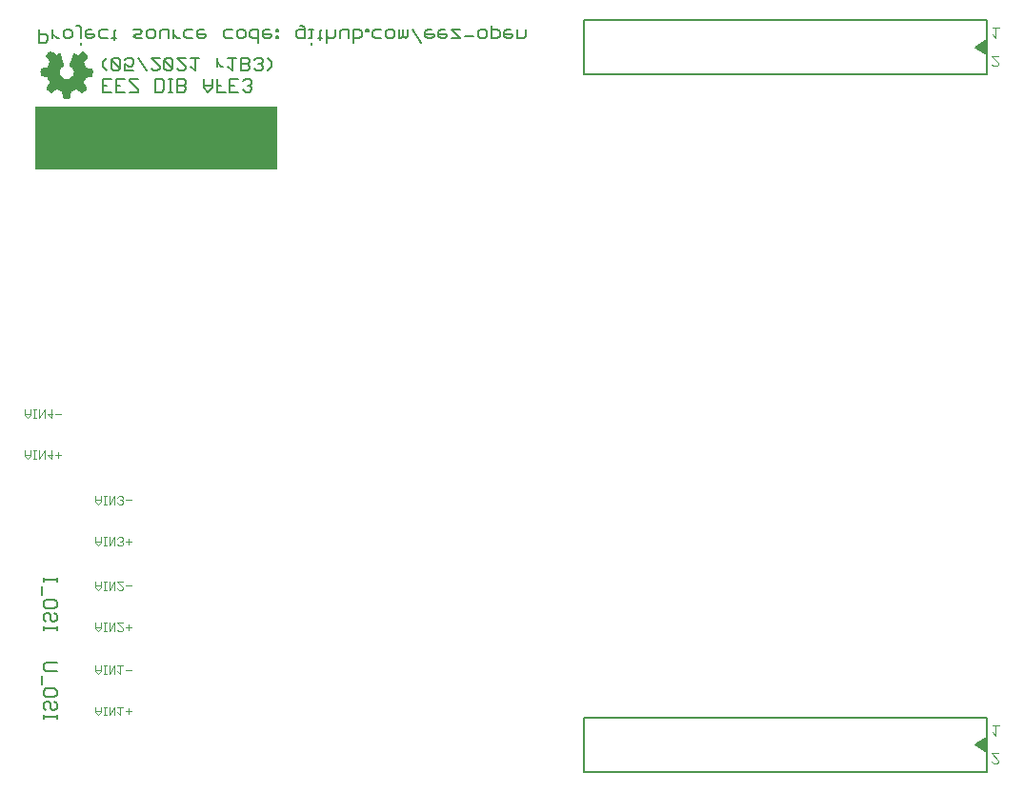
<source format=gbo>
G75*
%MOIN*%
%OFA0B0*%
%FSLAX25Y25*%
%IPPOS*%
%LPD*%
%AMOC8*
5,1,8,0,0,1.08239X$1,22.5*
%
%ADD10C,0.00500*%
%ADD11R,0.85100X0.22250*%
%ADD12R,0.01485X0.00015*%
%ADD13R,0.00045X0.00015*%
%ADD14R,0.00105X0.00015*%
%ADD15R,0.00165X0.00015*%
%ADD16R,0.00225X0.00015*%
%ADD17R,0.00285X0.00015*%
%ADD18R,0.00345X0.00015*%
%ADD19R,0.00405X0.00015*%
%ADD20R,0.00435X0.00015*%
%ADD21R,0.00465X0.00015*%
%ADD22R,0.00495X0.00015*%
%ADD23R,0.00540X0.00015*%
%ADD24R,0.00585X0.00015*%
%ADD25R,0.00645X0.00015*%
%ADD26R,0.00150X0.00015*%
%ADD27R,0.00675X0.00015*%
%ADD28R,0.00195X0.00015*%
%ADD29R,0.00705X0.00015*%
%ADD30R,0.00240X0.00015*%
%ADD31R,0.00735X0.00015*%
%ADD32R,0.00270X0.00015*%
%ADD33R,0.00765X0.00015*%
%ADD34R,0.00300X0.00015*%
%ADD35R,0.00810X0.00015*%
%ADD36R,0.00360X0.00015*%
%ADD37R,0.00855X0.00015*%
%ADD38R,0.00435X0.00015*%
%ADD39R,0.00915X0.00015*%
%ADD40R,0.00465X0.00015*%
%ADD41R,0.00945X0.00015*%
%ADD42R,0.00960X0.00015*%
%ADD43R,0.00525X0.00015*%
%ADD44R,0.00990X0.00015*%
%ADD45R,0.00555X0.00015*%
%ADD46R,0.01035X0.00015*%
%ADD47R,0.00600X0.00015*%
%ADD48R,0.01080X0.00015*%
%ADD49R,0.01125X0.00015*%
%ADD50R,0.01170X0.00015*%
%ADD51R,0.00720X0.00015*%
%ADD52R,0.01200X0.00015*%
%ADD53R,0.00750X0.00015*%
%ADD54R,0.01230X0.00015*%
%ADD55R,0.00780X0.00015*%
%ADD56R,0.01260X0.00015*%
%ADD57R,0.00810X0.00015*%
%ADD58R,0.01305X0.00015*%
%ADD59R,0.01365X0.00015*%
%ADD60R,0.00900X0.00015*%
%ADD61R,0.01395X0.00015*%
%ADD62R,0.01440X0.00015*%
%ADD63R,0.01470X0.00015*%
%ADD64R,0.01005X0.00015*%
%ADD65R,0.01500X0.00015*%
%ADD66R,0.01020X0.00015*%
%ADD67R,0.01530X0.00015*%
%ADD68R,0.01065X0.00015*%
%ADD69R,0.01575X0.00015*%
%ADD70R,0.01095X0.00015*%
%ADD71R,0.01635X0.00015*%
%ADD72R,0.01155X0.00015*%
%ADD73R,0.01680X0.00015*%
%ADD74R,0.01200X0.00015*%
%ADD75R,0.01710X0.00015*%
%ADD76R,0.01230X0.00015*%
%ADD77R,0.01725X0.00015*%
%ADD78R,0.01245X0.00015*%
%ADD79R,0.01755X0.00015*%
%ADD80R,0.01275X0.00015*%
%ADD81R,0.01800X0.00015*%
%ADD82R,0.01320X0.00015*%
%ADD83R,0.01860X0.00015*%
%ADD84R,0.01905X0.00015*%
%ADD85R,0.01410X0.00015*%
%ADD86R,0.01935X0.00015*%
%ADD87R,0.01455X0.00015*%
%ADD88R,0.01965X0.00015*%
%ADD89R,0.01485X0.00015*%
%ADD90R,0.01995X0.00015*%
%ADD91R,0.01515X0.00015*%
%ADD92R,0.02040X0.00015*%
%ADD93R,0.01530X0.00015*%
%ADD94R,0.02070X0.00015*%
%ADD95R,0.01575X0.00015*%
%ADD96R,0.02115X0.00015*%
%ADD97R,0.01620X0.00015*%
%ADD98R,0.02160X0.00015*%
%ADD99R,0.01665X0.00015*%
%ADD100R,0.02190X0.00015*%
%ADD101R,0.00075X0.00015*%
%ADD102R,0.01695X0.00015*%
%ADD103R,0.02220X0.00015*%
%ADD104R,0.00105X0.00015*%
%ADD105R,0.02235X0.00015*%
%ADD106R,0.00135X0.00015*%
%ADD107R,0.01755X0.00015*%
%ADD108R,0.02280X0.00015*%
%ADD109R,0.00180X0.00015*%
%ADD110R,0.01785X0.00015*%
%ADD111R,0.02340X0.00015*%
%ADD112R,0.00240X0.00015*%
%ADD113R,0.01830X0.00015*%
%ADD114R,0.02385X0.00015*%
%ADD115R,0.01890X0.00015*%
%ADD116R,0.02415X0.00015*%
%ADD117R,0.00330X0.00015*%
%ADD118R,0.00120X0.00015*%
%ADD119R,0.01920X0.00015*%
%ADD120R,0.02430X0.00015*%
%ADD121R,0.00375X0.00015*%
%ADD122R,0.02460X0.00015*%
%ADD123R,0.00405X0.00015*%
%ADD124R,0.00195X0.00015*%
%ADD125R,0.01965X0.00015*%
%ADD126R,0.02505X0.00015*%
%ADD127R,0.00210X0.00015*%
%ADD128R,0.02010X0.00015*%
%ADD129R,0.02535X0.00015*%
%ADD130R,0.00480X0.00015*%
%ADD131R,0.02580X0.00015*%
%ADD132R,0.00540X0.00015*%
%ADD133R,0.02085X0.00015*%
%ADD134R,0.02625X0.00015*%
%ADD135R,0.02130X0.00015*%
%ADD136R,0.02670X0.00015*%
%ADD137R,0.00630X0.00015*%
%ADD138R,0.02700X0.00015*%
%ADD139R,0.00660X0.00015*%
%ADD140R,0.00450X0.00015*%
%ADD141R,0.02190X0.00015*%
%ADD142R,0.02715X0.00015*%
%ADD143R,0.02205X0.00015*%
%ADD144R,0.02745X0.00015*%
%ADD145R,0.00510X0.00015*%
%ADD146R,0.02235X0.00015*%
%ADD147R,0.02775X0.00015*%
%ADD148R,0.02820X0.00015*%
%ADD149R,0.02310X0.00015*%
%ADD150R,0.02880X0.00015*%
%ADD151R,0.00855X0.00015*%
%ADD152R,0.02355X0.00015*%
%ADD153R,0.02895X0.00015*%
%ADD154R,0.00870X0.00015*%
%ADD155R,0.00660X0.00015*%
%ADD156R,0.02925X0.00015*%
%ADD157R,0.00690X0.00015*%
%ADD158R,0.02970X0.00015*%
%ADD159R,0.03000X0.00015*%
%ADD160R,0.00750X0.00015*%
%ADD161R,0.03045X0.00015*%
%ADD162R,0.01005X0.00015*%
%ADD163R,0.00780X0.00015*%
%ADD164R,0.02505X0.00015*%
%ADD165R,0.03090X0.00015*%
%ADD166R,0.01050X0.00015*%
%ADD167R,0.00825X0.00015*%
%ADD168R,0.02550X0.00015*%
%ADD169R,0.03135X0.00015*%
%ADD170R,0.01095X0.00015*%
%ADD171R,0.00870X0.00015*%
%ADD172R,0.03165X0.00015*%
%ADD173R,0.01125X0.00015*%
%ADD174R,0.02625X0.00015*%
%ADD175R,0.03195X0.00015*%
%ADD176R,0.01140X0.00015*%
%ADD177R,0.00930X0.00015*%
%ADD178R,0.02655X0.00015*%
%ADD179R,0.03210X0.00015*%
%ADD180R,0.00960X0.00015*%
%ADD181R,0.03240X0.00015*%
%ADD182R,0.02700X0.00015*%
%ADD183R,0.03285X0.00015*%
%ADD184R,0.01245X0.00015*%
%ADD185R,0.02745X0.00015*%
%ADD186R,0.03330X0.00015*%
%ADD187R,0.02790X0.00015*%
%ADD188R,0.03360X0.00015*%
%ADD189R,0.01110X0.00015*%
%ADD190R,0.02835X0.00015*%
%ADD191R,0.03390X0.00015*%
%ADD192R,0.01335X0.00015*%
%ADD193R,0.01140X0.00015*%
%ADD194R,0.02865X0.00015*%
%ADD195R,0.03420X0.00015*%
%ADD196R,0.01155X0.00015*%
%ADD197R,0.04905X0.00015*%
%ADD198R,0.04920X0.00015*%
%ADD199R,0.02940X0.00015*%
%ADD200R,0.04950X0.00015*%
%ADD201R,0.02985X0.00015*%
%ADD202R,0.04965X0.00015*%
%ADD203R,0.01275X0.00015*%
%ADD204R,0.03015X0.00015*%
%ADD205R,0.04980X0.00015*%
%ADD206R,0.03045X0.00015*%
%ADD207R,0.05010X0.00015*%
%ADD208R,0.01335X0.00015*%
%ADD209R,0.03075X0.00015*%
%ADD210R,0.01350X0.00015*%
%ADD211R,0.03105X0.00015*%
%ADD212R,0.05040X0.00015*%
%ADD213R,0.01380X0.00015*%
%ADD214R,0.05040X0.00015*%
%ADD215R,0.01410X0.00015*%
%ADD216R,0.03180X0.00015*%
%ADD217R,0.05070X0.00015*%
%ADD218R,0.03225X0.00015*%
%ADD219R,0.03255X0.00015*%
%ADD220R,0.05085X0.00015*%
%ADD221R,0.01515X0.00015*%
%ADD222R,0.03300X0.00015*%
%ADD223R,0.05100X0.00015*%
%ADD224R,0.04935X0.00015*%
%ADD225R,0.05115X0.00015*%
%ADD226R,0.04995X0.00015*%
%ADD227R,0.05130X0.00015*%
%ADD228R,0.05010X0.00015*%
%ADD229R,0.05130X0.00015*%
%ADD230R,0.05010X0.00015*%
%ADD231R,0.05025X0.00015*%
%ADD232R,0.05040X0.00015*%
%ADD233R,0.05055X0.00015*%
%ADD234R,0.05130X0.00015*%
%ADD235R,0.05085X0.00015*%
%ADD236R,0.05115X0.00015*%
%ADD237R,0.05145X0.00015*%
%ADD238R,0.05160X0.00015*%
%ADD239R,0.05130X0.00015*%
%ADD240R,0.05190X0.00015*%
%ADD241R,0.05190X0.00015*%
%ADD242R,0.05205X0.00015*%
%ADD243R,0.05220X0.00015*%
%ADD244R,0.05070X0.00015*%
%ADD245R,0.05085X0.00015*%
%ADD246R,0.05205X0.00015*%
%ADD247R,0.05220X0.00015*%
%ADD248R,0.05055X0.00015*%
%ADD249R,0.05025X0.00015*%
%ADD250R,0.05205X0.00015*%
%ADD251R,0.05025X0.00015*%
%ADD252R,0.05190X0.00015*%
%ADD253R,0.05190X0.00015*%
%ADD254R,0.04995X0.00015*%
%ADD255R,0.05175X0.00015*%
%ADD256R,0.04950X0.00015*%
%ADD257R,0.05145X0.00015*%
%ADD258R,0.05145X0.00015*%
%ADD259R,0.04920X0.00015*%
%ADD260R,0.04905X0.00015*%
%ADD261R,0.04905X0.00015*%
%ADD262R,0.05115X0.00015*%
%ADD263R,0.04890X0.00015*%
%ADD264R,0.04890X0.00015*%
%ADD265R,0.04875X0.00015*%
%ADD266R,0.04845X0.00015*%
%ADD267R,0.04830X0.00015*%
%ADD268R,0.04830X0.00015*%
%ADD269R,0.05070X0.00015*%
%ADD270R,0.04830X0.00015*%
%ADD271R,0.04815X0.00015*%
%ADD272R,0.04800X0.00015*%
%ADD273R,0.04800X0.00015*%
%ADD274R,0.05010X0.00015*%
%ADD275R,0.04785X0.00015*%
%ADD276R,0.04770X0.00015*%
%ADD277R,0.04770X0.00015*%
%ADD278R,0.04755X0.00015*%
%ADD279R,0.04740X0.00015*%
%ADD280R,0.04725X0.00015*%
%ADD281R,0.04725X0.00015*%
%ADD282R,0.04980X0.00015*%
%ADD283R,0.04710X0.00015*%
%ADD284R,0.04725X0.00015*%
%ADD285R,0.04710X0.00015*%
%ADD286R,0.04695X0.00015*%
%ADD287R,0.04680X0.00015*%
%ADD288R,0.04695X0.00015*%
%ADD289R,0.04680X0.00015*%
%ADD290R,0.04905X0.00015*%
%ADD291R,0.04665X0.00015*%
%ADD292R,0.04650X0.00015*%
%ADD293R,0.04635X0.00015*%
%ADD294R,0.04620X0.00015*%
%ADD295R,0.04620X0.00015*%
%ADD296R,0.04890X0.00015*%
%ADD297R,0.04605X0.00015*%
%ADD298R,0.04605X0.00015*%
%ADD299R,0.04590X0.00015*%
%ADD300R,0.04845X0.00015*%
%ADD301R,0.04575X0.00015*%
%ADD302R,0.04590X0.00015*%
%ADD303R,0.04575X0.00015*%
%ADD304R,0.04845X0.00015*%
%ADD305R,0.04560X0.00015*%
%ADD306R,0.04545X0.00015*%
%ADD307R,0.04530X0.00015*%
%ADD308R,0.04515X0.00015*%
%ADD309R,0.04530X0.00015*%
%ADD310R,0.04500X0.00015*%
%ADD311R,0.04515X0.00015*%
%ADD312R,0.04785X0.00015*%
%ADD313R,0.04485X0.00015*%
%ADD314R,0.04755X0.00015*%
%ADD315R,0.04470X0.00015*%
%ADD316R,0.04740X0.00015*%
%ADD317R,0.04485X0.00015*%
%ADD318R,0.04755X0.00015*%
%ADD319R,0.04545X0.00015*%
%ADD320R,0.04695X0.00015*%
%ADD321R,0.04680X0.00015*%
%ADD322R,0.04665X0.00015*%
%ADD323R,0.04725X0.00015*%
%ADD324R,0.04680X0.00015*%
%ADD325R,0.04860X0.00015*%
%ADD326R,0.04740X0.00015*%
%ADD327R,0.04875X0.00015*%
%ADD328R,0.04965X0.00015*%
%ADD329R,0.04860X0.00015*%
%ADD330R,0.04995X0.00015*%
%ADD331R,0.04875X0.00015*%
%ADD332R,0.04980X0.00015*%
%ADD333R,0.05235X0.00015*%
%ADD334R,0.05235X0.00015*%
%ADD335R,0.05250X0.00015*%
%ADD336R,0.05280X0.00015*%
%ADD337R,0.05295X0.00015*%
%ADD338R,0.05325X0.00015*%
%ADD339R,0.05340X0.00015*%
%ADD340R,0.05235X0.00015*%
%ADD341R,0.05355X0.00015*%
%ADD342R,0.05370X0.00015*%
%ADD343R,0.05265X0.00015*%
%ADD344R,0.05370X0.00015*%
%ADD345R,0.05280X0.00015*%
%ADD346R,0.05385X0.00015*%
%ADD347R,0.05295X0.00015*%
%ADD348R,0.05400X0.00015*%
%ADD349R,0.05415X0.00015*%
%ADD350R,0.05310X0.00015*%
%ADD351R,0.05430X0.00015*%
%ADD352R,0.05445X0.00015*%
%ADD353R,0.05460X0.00015*%
%ADD354R,0.05355X0.00015*%
%ADD355R,0.05475X0.00015*%
%ADD356R,0.05505X0.00015*%
%ADD357R,0.05520X0.00015*%
%ADD358R,0.05535X0.00015*%
%ADD359R,0.05550X0.00015*%
%ADD360R,0.05550X0.00015*%
%ADD361R,0.05475X0.00015*%
%ADD362R,0.05490X0.00015*%
%ADD363R,0.05475X0.00015*%
%ADD364R,0.05385X0.00015*%
%ADD365R,0.05370X0.00015*%
%ADD366R,0.05325X0.00015*%
%ADD367R,0.05310X0.00015*%
%ADD368R,0.05265X0.00015*%
%ADD369R,0.05175X0.00015*%
%ADD370R,0.04980X0.00015*%
%ADD371R,0.04965X0.00015*%
%ADD372R,0.04860X0.00015*%
%ADD373R,0.04845X0.00015*%
%ADD374R,0.04815X0.00015*%
%ADD375R,0.04770X0.00015*%
%ADD376R,0.05295X0.00015*%
%ADD377R,0.04635X0.00015*%
%ADD378R,0.05610X0.00015*%
%ADD379R,0.05700X0.00015*%
%ADD380R,0.05760X0.00015*%
%ADD381R,0.05805X0.00015*%
%ADD382R,0.05850X0.00015*%
%ADD383R,0.05895X0.00015*%
%ADD384R,0.06000X0.00015*%
%ADD385R,0.06135X0.00015*%
%ADD386R,0.06225X0.00015*%
%ADD387R,0.06300X0.00015*%
%ADD388R,0.06330X0.00015*%
%ADD389R,0.06375X0.00015*%
%ADD390R,0.06450X0.00015*%
%ADD391R,0.06570X0.00015*%
%ADD392R,0.05565X0.00015*%
%ADD393R,0.06690X0.00015*%
%ADD394R,0.06735X0.00015*%
%ADD395R,0.05790X0.00015*%
%ADD396R,0.06765X0.00015*%
%ADD397R,0.05850X0.00015*%
%ADD398R,0.06780X0.00015*%
%ADD399R,0.05895X0.00015*%
%ADD400R,0.06795X0.00015*%
%ADD401R,0.05955X0.00015*%
%ADD402R,0.06810X0.00015*%
%ADD403R,0.06060X0.00015*%
%ADD404R,0.06195X0.00015*%
%ADD405R,0.06825X0.00015*%
%ADD406R,0.06330X0.00015*%
%ADD407R,0.06840X0.00015*%
%ADD408R,0.06390X0.00015*%
%ADD409R,0.06495X0.00015*%
%ADD410R,0.06840X0.00015*%
%ADD411R,0.06555X0.00015*%
%ADD412R,0.06825X0.00015*%
%ADD413R,0.06645X0.00015*%
%ADD414R,0.06825X0.00015*%
%ADD415R,0.06705X0.00015*%
%ADD416R,0.06705X0.00015*%
%ADD417R,0.06810X0.00015*%
%ADD418R,0.06720X0.00015*%
%ADD419R,0.06795X0.00015*%
%ADD420R,0.06750X0.00015*%
%ADD421R,0.06765X0.00015*%
%ADD422R,0.06795X0.00015*%
%ADD423R,0.06780X0.00015*%
%ADD424R,0.06780X0.00015*%
%ADD425R,0.06750X0.00015*%
%ADD426R,0.06720X0.00015*%
%ADD427R,0.06720X0.00015*%
%ADD428R,0.06705X0.00015*%
%ADD429R,0.06705X0.00015*%
%ADD430R,0.06690X0.00015*%
%ADD431R,0.06675X0.00015*%
%ADD432R,0.06690X0.00015*%
%ADD433R,0.06675X0.00015*%
%ADD434R,0.06675X0.00015*%
%ADD435R,0.06660X0.00015*%
%ADD436R,0.06675X0.00015*%
%ADD437R,0.06660X0.00015*%
%ADD438R,0.06660X0.00015*%
%ADD439R,0.06645X0.00015*%
%ADD440R,0.06630X0.00015*%
%ADD441R,0.06660X0.00015*%
%ADD442R,0.06630X0.00015*%
%ADD443R,0.06645X0.00015*%
%ADD444R,0.06735X0.00015*%
%ADD445R,0.06765X0.00015*%
%ADD446R,0.06780X0.00015*%
%ADD447R,0.06825X0.00015*%
%ADD448R,0.06855X0.00015*%
%ADD449R,0.06855X0.00015*%
%ADD450R,0.06870X0.00015*%
%ADD451R,0.06885X0.00015*%
%ADD452R,0.06525X0.00015*%
%ADD453R,0.06405X0.00015*%
%ADD454R,0.06255X0.00015*%
%ADD455R,0.06165X0.00015*%
%ADD456R,0.06870X0.00015*%
%ADD457R,0.06120X0.00015*%
%ADD458R,0.06885X0.00015*%
%ADD459R,0.06060X0.00015*%
%ADD460R,0.06015X0.00015*%
%ADD461R,0.05910X0.00015*%
%ADD462R,0.05670X0.00015*%
%ADD463R,0.05595X0.00015*%
%ADD464R,0.06585X0.00015*%
%ADD465R,0.05160X0.00015*%
%ADD466R,0.06390X0.00015*%
%ADD467R,0.05025X0.00015*%
%ADD468R,0.06330X0.00015*%
%ADD469R,0.06075X0.00015*%
%ADD470R,0.05820X0.00015*%
%ADD471R,0.05775X0.00015*%
%ADD472R,0.05685X0.00015*%
%ADD473R,0.05460X0.00015*%
%ADD474R,0.04860X0.00015*%
%ADD475R,0.04935X0.00015*%
%ADD476R,0.05160X0.00015*%
%ADD477R,0.05325X0.00015*%
%ADD478R,0.05340X0.00015*%
%ADD479R,0.05355X0.00015*%
%ADD480R,0.05430X0.00015*%
%ADD481R,0.05535X0.00015*%
%ADD482R,0.05595X0.00015*%
%ADD483R,0.05640X0.00015*%
%ADD484R,0.05640X0.00015*%
%ADD485R,0.05670X0.00015*%
%ADD486R,0.05685X0.00015*%
%ADD487R,0.05700X0.00015*%
%ADD488R,0.05715X0.00015*%
%ADD489R,0.05715X0.00015*%
%ADD490R,0.05730X0.00015*%
%ADD491R,0.05745X0.00015*%
%ADD492R,0.05760X0.00015*%
%ADD493R,0.06000X0.00015*%
%ADD494R,0.06105X0.00015*%
%ADD495R,0.06180X0.00015*%
%ADD496R,0.06210X0.00015*%
%ADD497R,0.12690X0.00015*%
%ADD498R,0.12675X0.00015*%
%ADD499R,0.12660X0.00015*%
%ADD500R,0.12660X0.00015*%
%ADD501R,0.12645X0.00015*%
%ADD502R,0.12615X0.00015*%
%ADD503R,0.12600X0.00015*%
%ADD504R,0.12585X0.00015*%
%ADD505R,0.12555X0.00015*%
%ADD506R,0.12540X0.00015*%
%ADD507R,0.12525X0.00015*%
%ADD508R,0.12510X0.00015*%
%ADD509R,0.12510X0.00015*%
%ADD510R,0.12480X0.00015*%
%ADD511R,0.12450X0.00015*%
%ADD512R,0.12435X0.00015*%
%ADD513R,0.12420X0.00015*%
%ADD514R,0.12390X0.00015*%
%ADD515R,0.12375X0.00015*%
%ADD516R,0.12360X0.00015*%
%ADD517R,0.12330X0.00015*%
%ADD518R,0.12300X0.00015*%
%ADD519R,0.12285X0.00015*%
%ADD520R,0.12270X0.00015*%
%ADD521R,0.12255X0.00015*%
%ADD522R,0.12240X0.00015*%
%ADD523R,0.12225X0.00015*%
%ADD524R,0.12195X0.00015*%
%ADD525R,0.12165X0.00015*%
%ADD526R,0.12150X0.00015*%
%ADD527R,0.12135X0.00015*%
%ADD528R,0.12120X0.00015*%
%ADD529R,0.12090X0.00015*%
%ADD530R,0.12075X0.00015*%
%ADD531R,0.12060X0.00015*%
%ADD532R,0.12045X0.00015*%
%ADD533R,0.12015X0.00015*%
%ADD534R,0.12000X0.00015*%
%ADD535R,0.11985X0.00015*%
%ADD536R,0.11955X0.00015*%
%ADD537R,0.11940X0.00015*%
%ADD538R,0.11925X0.00015*%
%ADD539R,0.11910X0.00015*%
%ADD540R,0.11910X0.00015*%
%ADD541R,0.11880X0.00015*%
%ADD542R,0.11850X0.00015*%
%ADD543R,0.11835X0.00015*%
%ADD544R,0.11805X0.00015*%
%ADD545R,0.11775X0.00015*%
%ADD546R,0.11760X0.00015*%
%ADD547R,0.11745X0.00015*%
%ADD548R,0.11730X0.00015*%
%ADD549R,0.11700X0.00015*%
%ADD550R,0.11700X0.00015*%
%ADD551R,0.11685X0.00015*%
%ADD552R,0.11655X0.00015*%
%ADD553R,0.11640X0.00015*%
%ADD554R,0.11625X0.00015*%
%ADD555R,0.11625X0.00015*%
%ADD556R,0.11670X0.00015*%
%ADD557R,0.11715X0.00015*%
%ADD558R,0.11790X0.00015*%
%ADD559R,0.11820X0.00015*%
%ADD560R,0.11820X0.00015*%
%ADD561R,0.11880X0.00015*%
%ADD562R,0.11895X0.00015*%
%ADD563R,0.11970X0.00015*%
%ADD564R,0.12045X0.00015*%
%ADD565R,0.12075X0.00015*%
%ADD566R,0.12105X0.00015*%
%ADD567R,0.12135X0.00015*%
%ADD568R,0.12165X0.00015*%
%ADD569R,0.12180X0.00015*%
%ADD570R,0.12195X0.00015*%
%ADD571R,0.12210X0.00015*%
%ADD572R,0.12225X0.00015*%
%ADD573R,0.12255X0.00015*%
%ADD574R,0.12360X0.00015*%
%ADD575R,0.12390X0.00015*%
%ADD576R,0.12405X0.00015*%
%ADD577R,0.12435X0.00015*%
%ADD578R,0.12480X0.00015*%
%ADD579R,0.12480X0.00015*%
%ADD580R,0.12510X0.00015*%
%ADD581R,0.12570X0.00015*%
%ADD582R,0.12630X0.00015*%
%ADD583R,0.12675X0.00015*%
%ADD584R,0.12705X0.00015*%
%ADD585R,0.12735X0.00015*%
%ADD586R,0.12750X0.00015*%
%ADD587R,0.12780X0.00015*%
%ADD588R,0.12795X0.00015*%
%ADD589R,0.12810X0.00015*%
%ADD590R,0.12840X0.00015*%
%ADD591R,0.12855X0.00015*%
%ADD592R,0.12885X0.00015*%
%ADD593R,0.12900X0.00015*%
%ADD594R,0.12915X0.00015*%
%ADD595R,0.12945X0.00015*%
%ADD596R,0.12960X0.00015*%
%ADD597R,0.12990X0.00015*%
%ADD598R,0.13005X0.00015*%
%ADD599R,0.13020X0.00015*%
%ADD600R,0.13035X0.00015*%
%ADD601R,0.13065X0.00015*%
%ADD602R,0.13080X0.00015*%
%ADD603R,0.13110X0.00015*%
%ADD604R,0.13125X0.00015*%
%ADD605R,0.13155X0.00015*%
%ADD606R,0.13170X0.00015*%
%ADD607R,0.13200X0.00015*%
%ADD608R,0.13230X0.00015*%
%ADD609R,0.13260X0.00015*%
%ADD610R,0.13290X0.00015*%
%ADD611R,0.13320X0.00015*%
%ADD612R,0.13350X0.00015*%
%ADD613R,0.13365X0.00015*%
%ADD614R,0.13395X0.00015*%
%ADD615R,0.13425X0.00015*%
%ADD616R,0.13455X0.00015*%
%ADD617R,0.13470X0.00015*%
%ADD618R,0.13500X0.00015*%
%ADD619R,0.13530X0.00015*%
%ADD620R,0.13560X0.00015*%
%ADD621R,0.13575X0.00015*%
%ADD622R,0.13605X0.00015*%
%ADD623R,0.13635X0.00015*%
%ADD624R,0.13650X0.00015*%
%ADD625R,0.13680X0.00015*%
%ADD626R,0.13695X0.00015*%
%ADD627R,0.13725X0.00015*%
%ADD628R,0.13740X0.00015*%
%ADD629R,0.13770X0.00015*%
%ADD630R,0.13785X0.00015*%
%ADD631R,0.13800X0.00015*%
%ADD632R,0.13830X0.00015*%
%ADD633R,0.13860X0.00015*%
%ADD634R,0.13875X0.00015*%
%ADD635R,0.13905X0.00015*%
%ADD636R,0.13935X0.00015*%
%ADD637R,0.13950X0.00015*%
%ADD638R,0.13980X0.00015*%
%ADD639R,0.14010X0.00015*%
%ADD640R,0.14025X0.00015*%
%ADD641R,0.14055X0.00015*%
%ADD642R,0.14070X0.00015*%
%ADD643R,0.14085X0.00015*%
%ADD644R,0.14115X0.00015*%
%ADD645R,0.14145X0.00015*%
%ADD646R,0.14160X0.00015*%
%ADD647R,0.14190X0.00015*%
%ADD648R,0.14205X0.00015*%
%ADD649R,0.14220X0.00015*%
%ADD650R,0.14235X0.00015*%
%ADD651R,0.14265X0.00015*%
%ADD652R,0.14280X0.00015*%
%ADD653R,0.14295X0.00015*%
%ADD654R,0.14295X0.00015*%
%ADD655R,0.14250X0.00015*%
%ADD656R,0.14205X0.00015*%
%ADD657R,0.14175X0.00015*%
%ADD658R,0.14160X0.00015*%
%ADD659R,0.14130X0.00015*%
%ADD660R,0.14100X0.00015*%
%ADD661R,0.14040X0.00015*%
%ADD662R,0.14010X0.00015*%
%ADD663R,0.03465X0.00015*%
%ADD664R,0.10440X0.00015*%
%ADD665R,0.03420X0.00015*%
%ADD666R,0.10395X0.00015*%
%ADD667R,0.03375X0.00015*%
%ADD668R,0.10335X0.00015*%
%ADD669R,0.03570X0.00015*%
%ADD670R,0.06600X0.00015*%
%ADD671R,0.03525X0.00015*%
%ADD672R,0.03270X0.00015*%
%ADD673R,0.03495X0.00015*%
%ADD674R,0.03210X0.00015*%
%ADD675R,0.06480X0.00015*%
%ADD676R,0.03435X0.00015*%
%ADD677R,0.03165X0.00015*%
%ADD678R,0.03390X0.00015*%
%ADD679R,0.03120X0.00015*%
%ADD680R,0.06315X0.00015*%
%ADD681R,0.03345X0.00015*%
%ADD682R,0.03090X0.00015*%
%ADD683R,0.03075X0.00015*%
%ADD684R,0.06225X0.00015*%
%ADD685R,0.03270X0.00015*%
%ADD686R,0.06180X0.00015*%
%ADD687R,0.02970X0.00015*%
%ADD688R,0.06075X0.00015*%
%ADD689R,0.03195X0.00015*%
%ADD690R,0.02925X0.00015*%
%ADD691R,0.05985X0.00015*%
%ADD692R,0.03135X0.00015*%
%ADD693R,0.02850X0.00015*%
%ADD694R,0.05835X0.00015*%
%ADD695R,0.03030X0.00015*%
%ADD696R,0.02805X0.00015*%
%ADD697R,0.02730X0.00015*%
%ADD698R,0.05625X0.00015*%
%ADD699R,0.02925X0.00015*%
%ADD700R,0.02640X0.00015*%
%ADD701R,0.02595X0.00015*%
%ADD702R,0.02565X0.00015*%
%ADD703R,0.02760X0.00015*%
%ADD704R,0.02520X0.00015*%
%ADD705R,0.02730X0.00015*%
%ADD706R,0.02475X0.00015*%
%ADD707R,0.02685X0.00015*%
%ADD708R,0.02445X0.00015*%
%ADD709R,0.02400X0.00015*%
%ADD710R,0.02370X0.00015*%
%ADD711R,0.02565X0.00015*%
%ADD712R,0.02340X0.00015*%
%ADD713R,0.02325X0.00015*%
%ADD714R,0.02505X0.00015*%
%ADD715R,0.02280X0.00015*%
%ADD716R,0.02460X0.00015*%
%ADD717R,0.04560X0.00015*%
%ADD718R,0.02190X0.00015*%
%ADD719R,0.04440X0.00015*%
%ADD720R,0.02370X0.00015*%
%ADD721R,0.02145X0.00015*%
%ADD722R,0.04365X0.00015*%
%ADD723R,0.04320X0.00015*%
%ADD724R,0.02310X0.00015*%
%ADD725R,0.02100X0.00015*%
%ADD726R,0.04260X0.00015*%
%ADD727R,0.04200X0.00015*%
%ADD728R,0.02265X0.00015*%
%ADD729R,0.02040X0.00015*%
%ADD730R,0.04095X0.00015*%
%ADD731R,0.02220X0.00015*%
%ADD732R,0.03915X0.00015*%
%ADD733R,0.02175X0.00015*%
%ADD734R,0.03765X0.00015*%
%ADD735R,0.03675X0.00015*%
%ADD736R,0.01890X0.00015*%
%ADD737R,0.03615X0.00015*%
%ADD738R,0.02055X0.00015*%
%ADD739R,0.01860X0.00015*%
%ADD740R,0.03555X0.00015*%
%ADD741R,0.01815X0.00015*%
%ADD742R,0.03450X0.00015*%
%ADD743R,0.01725X0.00015*%
%ADD744R,0.03315X0.00015*%
%ADD745R,0.01905X0.00015*%
%ADD746R,0.01680X0.00015*%
%ADD747R,0.01650X0.00015*%
%ADD748R,0.01620X0.00015*%
%ADD749R,0.01590X0.00015*%
%ADD750R,0.01770X0.00015*%
%ADD751R,0.01560X0.00015*%
%ADD752R,0.03240X0.00015*%
%ADD753R,0.01740X0.00015*%
%ADD754R,0.01665X0.00015*%
%ADD755R,0.01455X0.00015*%
%ADD756R,0.01635X0.00015*%
%ADD757R,0.01410X0.00015*%
%ADD758R,0.01395X0.00015*%
%ADD759R,0.01365X0.00015*%
%ADD760R,0.01335X0.00015*%
%ADD761R,0.01290X0.00015*%
%ADD762R,0.03210X0.00015*%
%ADD763R,0.01455X0.00015*%
%ADD764R,0.01185X0.00015*%
%ADD765R,0.01290X0.00015*%
%ADD766R,0.01110X0.00015*%
%ADD767R,0.01260X0.00015*%
%ADD768R,0.03180X0.00015*%
%ADD769R,0.00975X0.00015*%
%ADD770R,0.03150X0.00015*%
%ADD771R,0.00885X0.00015*%
%ADD772R,0.03150X0.00015*%
%ADD773R,0.01050X0.00015*%
%ADD774R,0.00795X0.00015*%
%ADD775R,0.00885X0.00015*%
%ADD776R,0.00690X0.00015*%
%ADD777R,0.00840X0.00015*%
%ADD778R,0.00570X0.00015*%
%ADD779R,0.00525X0.00015*%
%ADD780R,0.03105X0.00015*%
%ADD781R,0.00660X0.00015*%
%ADD782R,0.00615X0.00015*%
%ADD783R,0.00420X0.00015*%
%ADD784R,0.00555X0.00015*%
%ADD785R,0.00390X0.00015*%
%ADD786R,0.00525X0.00015*%
%ADD787R,0.00360X0.00015*%
%ADD788R,0.00495X0.00015*%
%ADD789R,0.03075X0.00015*%
%ADD790R,0.00450X0.00015*%
%ADD791R,0.00225X0.00015*%
%ADD792R,0.00345X0.00015*%
%ADD793R,0.00255X0.00015*%
%ADD794R,0.03060X0.00015*%
%ADD795R,0.00180X0.00015*%
%ADD796R,0.00075X0.00015*%
%ADD797R,0.03000X0.00015*%
%ADD798R,0.02955X0.00015*%
%ADD799R,0.02940X0.00015*%
%ADD800R,0.02940X0.00015*%
%ADD801R,0.02910X0.00015*%
%ADD802R,0.02910X0.00015*%
%ADD803R,0.02865X0.00015*%
%ADD804R,0.02805X0.00015*%
%ADD805R,0.02775X0.00015*%
%ADD806R,0.02760X0.00015*%
%ADD807R,0.02655X0.00015*%
%ADD808R,0.02640X0.00015*%
%ADD809R,0.02610X0.00015*%
%ADD810R,0.02595X0.00015*%
%ADD811R,0.02535X0.00015*%
%ADD812R,0.02475X0.00015*%
%ADD813R,0.02175X0.00015*%
%ADD814R,0.01575X0.00015*%
%ADD815C,0.00300*%
%ADD816C,0.00800*%
%ADD817C,0.00400*%
D10*
X0020999Y0042431D02*
X0020999Y0043932D01*
X0020999Y0043182D02*
X0025503Y0043182D01*
X0025503Y0043932D02*
X0025503Y0042431D01*
X0024752Y0045500D02*
X0024001Y0045500D01*
X0023251Y0046251D01*
X0023251Y0047752D01*
X0022500Y0048503D01*
X0021749Y0048503D01*
X0020999Y0047752D01*
X0020999Y0046251D01*
X0021749Y0045500D01*
X0024752Y0045500D02*
X0025503Y0046251D01*
X0025503Y0047752D01*
X0024752Y0048503D01*
X0024752Y0050104D02*
X0021749Y0050104D01*
X0020999Y0050855D01*
X0020999Y0052356D01*
X0021749Y0053107D01*
X0024752Y0053107D01*
X0025503Y0052356D01*
X0025503Y0050855D01*
X0024752Y0050104D01*
X0020248Y0054708D02*
X0020248Y0057711D01*
X0021749Y0059312D02*
X0020999Y0060063D01*
X0020999Y0061564D01*
X0021749Y0062315D01*
X0025503Y0062315D01*
X0025503Y0059312D02*
X0021749Y0059312D01*
X0020999Y0073531D02*
X0020999Y0075032D01*
X0020999Y0074282D02*
X0025503Y0074282D01*
X0025503Y0075032D02*
X0025503Y0073531D01*
X0024752Y0076600D02*
X0024001Y0076600D01*
X0023251Y0077351D01*
X0023251Y0078852D01*
X0022500Y0079603D01*
X0021749Y0079603D01*
X0020999Y0078852D01*
X0020999Y0077351D01*
X0021749Y0076600D01*
X0024752Y0076600D02*
X0025503Y0077351D01*
X0025503Y0078852D01*
X0024752Y0079603D01*
X0024752Y0081204D02*
X0021749Y0081204D01*
X0020999Y0081955D01*
X0020999Y0083456D01*
X0021749Y0084207D01*
X0024752Y0084207D01*
X0025503Y0083456D01*
X0025503Y0081955D01*
X0024752Y0081204D01*
X0020248Y0085808D02*
X0020248Y0088811D01*
X0020999Y0090412D02*
X0020999Y0091913D01*
X0020999Y0091163D02*
X0025503Y0091163D01*
X0025503Y0091913D02*
X0025503Y0090412D01*
X0346973Y0033461D02*
X0350973Y0035961D01*
X0350973Y0030961D01*
X0346973Y0033461D01*
X0347283Y0033654D02*
X0350973Y0033654D01*
X0350973Y0033156D02*
X0347461Y0033156D01*
X0348259Y0032657D02*
X0350973Y0032657D01*
X0350973Y0032159D02*
X0349056Y0032159D01*
X0349854Y0031660D02*
X0350973Y0031660D01*
X0350973Y0031162D02*
X0350651Y0031162D01*
X0350973Y0034153D02*
X0348081Y0034153D01*
X0348878Y0034651D02*
X0350973Y0034651D01*
X0350973Y0035150D02*
X0349676Y0035150D01*
X0350474Y0035648D02*
X0350973Y0035648D01*
X0093721Y0262794D02*
X0092970Y0262043D01*
X0091469Y0262043D01*
X0090718Y0262794D01*
X0089117Y0262043D02*
X0086114Y0262043D01*
X0086114Y0266547D01*
X0089117Y0266547D01*
X0090718Y0265796D02*
X0091469Y0266547D01*
X0092970Y0266547D01*
X0093721Y0265796D01*
X0093721Y0265046D01*
X0092970Y0264295D01*
X0092219Y0264295D01*
X0092970Y0264295D02*
X0093721Y0263544D01*
X0093721Y0262794D01*
X0087615Y0264295D02*
X0086114Y0264295D01*
X0084513Y0262043D02*
X0081510Y0262043D01*
X0081510Y0266547D01*
X0079909Y0266547D02*
X0079909Y0263544D01*
X0078407Y0262043D01*
X0076906Y0263544D01*
X0076906Y0266547D01*
X0076906Y0264295D02*
X0079909Y0264295D01*
X0081510Y0264295D02*
X0083011Y0264295D01*
X0086848Y0269543D02*
X0086848Y0274047D01*
X0085347Y0274047D02*
X0088349Y0274047D01*
X0089951Y0274047D02*
X0089951Y0269543D01*
X0092203Y0269543D01*
X0092953Y0270294D01*
X0092953Y0271044D01*
X0092203Y0271795D01*
X0089951Y0271795D01*
X0092203Y0271795D02*
X0092953Y0272546D01*
X0092953Y0273296D01*
X0092203Y0274047D01*
X0089951Y0274047D01*
X0094555Y0273296D02*
X0095305Y0274047D01*
X0096806Y0274047D01*
X0097557Y0273296D01*
X0097557Y0272546D01*
X0096806Y0271795D01*
X0096056Y0271795D01*
X0096806Y0271795D02*
X0097557Y0271044D01*
X0097557Y0270294D01*
X0096806Y0269543D01*
X0095305Y0269543D01*
X0094555Y0270294D01*
X0099159Y0269543D02*
X0100660Y0271044D01*
X0100660Y0272546D01*
X0099159Y0274047D01*
X0096080Y0279393D02*
X0096080Y0283897D01*
X0093828Y0283897D01*
X0093078Y0283146D01*
X0093078Y0281645D01*
X0093828Y0280894D01*
X0096080Y0280894D01*
X0097682Y0281645D02*
X0098432Y0280894D01*
X0099934Y0280894D01*
X0100684Y0281645D01*
X0100684Y0282396D01*
X0097682Y0282396D01*
X0097682Y0283146D02*
X0097682Y0281645D01*
X0097682Y0283146D02*
X0098432Y0283897D01*
X0099934Y0283897D01*
X0102286Y0283897D02*
X0102286Y0283146D01*
X0103036Y0283146D01*
X0103036Y0283897D01*
X0102286Y0283897D01*
X0102286Y0281645D02*
X0102286Y0280894D01*
X0103036Y0280894D01*
X0103036Y0281645D01*
X0102286Y0281645D01*
X0109191Y0281645D02*
X0109191Y0283146D01*
X0109942Y0283897D01*
X0112194Y0283897D01*
X0112194Y0284647D02*
X0112194Y0280894D01*
X0109942Y0280894D01*
X0109191Y0281645D01*
X0110693Y0285398D02*
X0111443Y0285398D01*
X0112194Y0284647D01*
X0113795Y0283897D02*
X0115297Y0283897D01*
X0114546Y0283897D02*
X0114546Y0280894D01*
X0113795Y0280894D01*
X0114546Y0279393D02*
X0114546Y0278642D01*
X0116865Y0280894D02*
X0118366Y0280894D01*
X0117615Y0280144D02*
X0117615Y0283146D01*
X0118366Y0283897D01*
X0119934Y0283897D02*
X0119934Y0279393D01*
X0120685Y0280894D02*
X0122186Y0280894D01*
X0122937Y0281645D01*
X0122937Y0283897D01*
X0124538Y0283146D02*
X0125289Y0283897D01*
X0127540Y0283897D01*
X0127540Y0280894D01*
X0129142Y0280894D02*
X0131394Y0280894D01*
X0132144Y0281645D01*
X0132144Y0283146D01*
X0131394Y0283897D01*
X0129142Y0283897D01*
X0129142Y0279393D01*
X0124538Y0280894D02*
X0124538Y0283146D01*
X0120685Y0280894D02*
X0119934Y0281645D01*
X0133746Y0283146D02*
X0134496Y0283146D01*
X0134496Y0283897D01*
X0133746Y0283897D01*
X0133746Y0283146D01*
X0136048Y0283146D02*
X0136798Y0283897D01*
X0139050Y0283897D01*
X0140652Y0283146D02*
X0141402Y0283897D01*
X0142904Y0283897D01*
X0143654Y0283146D01*
X0143654Y0281645D01*
X0142904Y0280894D01*
X0141402Y0280894D01*
X0140652Y0281645D01*
X0140652Y0283146D01*
X0139050Y0280894D02*
X0136798Y0280894D01*
X0136048Y0281645D01*
X0136048Y0283146D01*
X0145256Y0283897D02*
X0145256Y0280894D01*
X0146006Y0280894D01*
X0146757Y0281645D01*
X0147507Y0280894D01*
X0148258Y0281645D01*
X0148258Y0283897D01*
X0146757Y0283897D02*
X0146757Y0281645D01*
X0149859Y0283897D02*
X0152862Y0279393D01*
X0154463Y0281645D02*
X0155214Y0280894D01*
X0156715Y0280894D01*
X0157466Y0281645D01*
X0157466Y0282396D01*
X0154463Y0282396D01*
X0154463Y0283146D02*
X0154463Y0281645D01*
X0154463Y0283146D02*
X0155214Y0283897D01*
X0156715Y0283897D01*
X0159067Y0283146D02*
X0159067Y0281645D01*
X0159818Y0280894D01*
X0161319Y0280894D01*
X0162070Y0281645D01*
X0162070Y0282396D01*
X0159067Y0282396D01*
X0159067Y0283146D02*
X0159818Y0283897D01*
X0161319Y0283897D01*
X0163671Y0283897D02*
X0166674Y0283897D01*
X0168275Y0281645D02*
X0171278Y0281645D01*
X0172879Y0281645D02*
X0172879Y0283146D01*
X0173630Y0283897D01*
X0175131Y0283897D01*
X0175882Y0283146D01*
X0175882Y0281645D01*
X0175131Y0280894D01*
X0173630Y0280894D01*
X0172879Y0281645D01*
X0177483Y0280894D02*
X0177483Y0285398D01*
X0177483Y0283897D02*
X0179735Y0283897D01*
X0180486Y0283146D01*
X0180486Y0281645D01*
X0179735Y0280894D01*
X0177483Y0280894D01*
X0182087Y0281645D02*
X0182838Y0280894D01*
X0184339Y0280894D01*
X0185089Y0281645D01*
X0185089Y0282396D01*
X0182087Y0282396D01*
X0182087Y0283146D02*
X0182087Y0281645D01*
X0182087Y0283146D02*
X0182838Y0283897D01*
X0184339Y0283897D01*
X0186691Y0283897D02*
X0186691Y0280894D01*
X0188943Y0280894D01*
X0189693Y0281645D01*
X0189693Y0283897D01*
X0166674Y0280894D02*
X0163671Y0283897D01*
X0163671Y0280894D02*
X0166674Y0280894D01*
X0091476Y0281645D02*
X0090726Y0280894D01*
X0089224Y0280894D01*
X0088474Y0281645D01*
X0088474Y0283146D01*
X0089224Y0283897D01*
X0090726Y0283897D01*
X0091476Y0283146D01*
X0091476Y0281645D01*
X0086872Y0280894D02*
X0084621Y0280894D01*
X0083870Y0281645D01*
X0083870Y0283146D01*
X0084621Y0283897D01*
X0086872Y0283897D01*
X0077665Y0282396D02*
X0074662Y0282396D01*
X0074662Y0283146D02*
X0074662Y0281645D01*
X0075413Y0280894D01*
X0076914Y0280894D01*
X0077665Y0281645D01*
X0077665Y0282396D01*
X0076914Y0283897D02*
X0075413Y0283897D01*
X0074662Y0283146D01*
X0073061Y0283897D02*
X0070809Y0283897D01*
X0070058Y0283146D01*
X0070058Y0281645D01*
X0070809Y0280894D01*
X0073061Y0280894D01*
X0068473Y0280894D02*
X0067723Y0280894D01*
X0066222Y0282396D01*
X0066222Y0283897D02*
X0066222Y0280894D01*
X0064620Y0280894D02*
X0064620Y0283897D01*
X0062368Y0283897D01*
X0061618Y0283146D01*
X0061618Y0280894D01*
X0060016Y0281645D02*
X0060016Y0283146D01*
X0059266Y0283897D01*
X0057764Y0283897D01*
X0057014Y0283146D01*
X0057014Y0281645D01*
X0057764Y0280894D01*
X0059266Y0280894D01*
X0060016Y0281645D01*
X0055412Y0280894D02*
X0053160Y0280894D01*
X0052410Y0281645D01*
X0053160Y0282396D01*
X0054662Y0282396D01*
X0055412Y0283146D01*
X0054662Y0283897D01*
X0052410Y0283897D01*
X0046238Y0283897D02*
X0045487Y0283146D01*
X0045487Y0280144D01*
X0044737Y0280894D02*
X0046238Y0280894D01*
X0043135Y0280894D02*
X0040883Y0280894D01*
X0040133Y0281645D01*
X0040133Y0283146D01*
X0040883Y0283897D01*
X0043135Y0283897D01*
X0038531Y0282396D02*
X0035529Y0282396D01*
X0035529Y0283146D02*
X0035529Y0281645D01*
X0036279Y0280894D01*
X0037781Y0280894D01*
X0038531Y0281645D01*
X0038531Y0282396D01*
X0037781Y0283897D02*
X0036279Y0283897D01*
X0035529Y0283146D01*
X0033961Y0284647D02*
X0033961Y0280894D01*
X0033961Y0279393D02*
X0033961Y0278642D01*
X0030858Y0281645D02*
X0030107Y0280894D01*
X0028606Y0280894D01*
X0027855Y0281645D01*
X0027855Y0283146D01*
X0028606Y0283897D01*
X0030107Y0283897D01*
X0030858Y0283146D01*
X0030858Y0281645D01*
X0032459Y0285398D02*
X0033210Y0285398D01*
X0033961Y0284647D01*
X0026271Y0280894D02*
X0025520Y0280894D01*
X0024019Y0282396D01*
X0024019Y0283897D02*
X0024019Y0280894D01*
X0022418Y0280144D02*
X0022418Y0281645D01*
X0021667Y0282396D01*
X0019415Y0282396D01*
X0019415Y0283897D02*
X0019415Y0279393D01*
X0021667Y0279393D01*
X0022418Y0280144D01*
X0041609Y0272546D02*
X0041609Y0271044D01*
X0043111Y0269543D01*
X0044679Y0270294D02*
X0044679Y0273296D01*
X0047681Y0270294D01*
X0047681Y0273296D01*
X0046931Y0274047D01*
X0045429Y0274047D01*
X0044679Y0273296D01*
X0043111Y0274047D02*
X0041609Y0272546D01*
X0044679Y0270294D02*
X0045429Y0269543D01*
X0046931Y0269543D01*
X0047681Y0270294D01*
X0049283Y0269543D02*
X0049283Y0271795D01*
X0050784Y0271044D01*
X0051535Y0271044D01*
X0052285Y0271795D01*
X0052285Y0273296D01*
X0051535Y0274047D01*
X0050033Y0274047D01*
X0049283Y0273296D01*
X0049283Y0269543D02*
X0052285Y0269543D01*
X0050817Y0266547D02*
X0053820Y0266547D01*
X0050817Y0266547D02*
X0050817Y0265796D01*
X0053820Y0262794D01*
X0053820Y0262043D01*
X0050817Y0262043D01*
X0049216Y0262043D02*
X0046213Y0262043D01*
X0046213Y0266547D01*
X0049216Y0266547D01*
X0047715Y0264295D02*
X0046213Y0264295D01*
X0044612Y0266547D02*
X0041609Y0266547D01*
X0041609Y0262043D01*
X0044612Y0262043D01*
X0043111Y0264295D02*
X0041609Y0264295D01*
X0053887Y0274047D02*
X0056889Y0269543D01*
X0058491Y0270294D02*
X0059241Y0269543D01*
X0060742Y0269543D01*
X0061493Y0270294D01*
X0061493Y0271044D01*
X0058491Y0274047D01*
X0061493Y0274047D01*
X0063094Y0273296D02*
X0066097Y0270294D01*
X0066097Y0273296D01*
X0065346Y0274047D01*
X0063845Y0274047D01*
X0063094Y0273296D01*
X0063094Y0270294D01*
X0063845Y0269543D01*
X0065346Y0269543D01*
X0066097Y0270294D01*
X0067698Y0270294D02*
X0068449Y0269543D01*
X0069950Y0269543D01*
X0070701Y0270294D01*
X0070701Y0271044D01*
X0067698Y0274047D01*
X0070701Y0274047D01*
X0072302Y0274047D02*
X0075305Y0274047D01*
X0073804Y0274047D02*
X0073804Y0269543D01*
X0072302Y0271044D01*
X0069950Y0266547D02*
X0067698Y0266547D01*
X0067698Y0262043D01*
X0069950Y0262043D01*
X0070701Y0262794D01*
X0070701Y0263544D01*
X0069950Y0264295D01*
X0067698Y0264295D01*
X0069950Y0264295D02*
X0070701Y0265046D01*
X0070701Y0265796D01*
X0069950Y0266547D01*
X0066130Y0266547D02*
X0064629Y0266547D01*
X0065380Y0266547D02*
X0065380Y0262043D01*
X0066130Y0262043D02*
X0064629Y0262043D01*
X0063028Y0262794D02*
X0062277Y0262043D01*
X0060025Y0262043D01*
X0060025Y0266547D01*
X0062277Y0266547D01*
X0063028Y0265796D01*
X0063028Y0262794D01*
X0081510Y0271044D02*
X0081510Y0274047D01*
X0081510Y0272546D02*
X0083011Y0271044D01*
X0083762Y0271044D01*
X0085347Y0271044D02*
X0086848Y0269543D01*
X0346973Y0277713D02*
X0350973Y0280213D01*
X0350973Y0275213D01*
X0346973Y0277713D01*
X0347313Y0277925D02*
X0350973Y0277925D01*
X0350973Y0278423D02*
X0348110Y0278423D01*
X0348908Y0278922D02*
X0350973Y0278922D01*
X0350973Y0279420D02*
X0349706Y0279420D01*
X0350503Y0279919D02*
X0350973Y0279919D01*
X0350973Y0277426D02*
X0347431Y0277426D01*
X0348229Y0276928D02*
X0350973Y0276928D01*
X0350973Y0276429D02*
X0349026Y0276429D01*
X0349824Y0275931D02*
X0350973Y0275931D01*
X0350973Y0275432D02*
X0350622Y0275432D01*
D11*
X0060199Y0245906D03*
D12*
X0026269Y0270340D03*
D13*
X0023378Y0276050D03*
X0031583Y0275180D03*
X0034763Y0275885D03*
D14*
X0023378Y0276035D03*
D15*
X0023378Y0276020D03*
D16*
X0023378Y0276005D03*
D17*
X0023378Y0275990D03*
X0023469Y0261605D03*
D18*
X0023378Y0275975D03*
X0031628Y0275090D03*
D19*
X0031643Y0275075D03*
X0023378Y0275960D03*
D20*
X0023378Y0275945D03*
D21*
X0023378Y0275930D03*
D22*
X0023378Y0275915D03*
X0034763Y0275750D03*
D23*
X0023386Y0275900D03*
D24*
X0023393Y0275885D03*
X0026408Y0275075D03*
X0031719Y0274985D03*
D25*
X0031733Y0274970D03*
X0034748Y0275690D03*
X0023393Y0275870D03*
D26*
X0031576Y0275150D03*
X0034771Y0275870D03*
D27*
X0034748Y0275675D03*
X0026378Y0275030D03*
X0023393Y0275855D03*
D28*
X0034763Y0275855D03*
D29*
X0031763Y0274925D03*
X0026363Y0275015D03*
X0023393Y0275840D03*
D30*
X0034771Y0275840D03*
D31*
X0023394Y0275825D03*
D32*
X0031606Y0275105D03*
X0034771Y0275825D03*
D33*
X0026348Y0275000D03*
X0023394Y0275810D03*
D34*
X0026506Y0275180D03*
X0034771Y0275810D03*
X0034396Y0261560D03*
D35*
X0023401Y0275795D03*
D36*
X0034771Y0275795D03*
D37*
X0034733Y0275600D03*
X0023408Y0275780D03*
D38*
X0026468Y0275120D03*
X0031658Y0275060D03*
X0034763Y0275780D03*
D39*
X0031823Y0274850D03*
X0026288Y0274925D03*
X0023408Y0275765D03*
X0023498Y0261860D03*
D40*
X0023483Y0261680D03*
X0034763Y0275765D03*
D41*
X0034733Y0275570D03*
X0026273Y0274910D03*
X0023408Y0275750D03*
X0028793Y0259685D03*
X0034373Y0261800D03*
D42*
X0023416Y0275735D03*
D43*
X0034763Y0275735D03*
D44*
X0034726Y0275555D03*
X0031846Y0274805D03*
X0023416Y0275720D03*
X0034366Y0261815D03*
D45*
X0034763Y0275720D03*
D46*
X0023423Y0275705D03*
D47*
X0034756Y0275705D03*
X0023491Y0261725D03*
D48*
X0034366Y0261860D03*
X0031876Y0274775D03*
X0023416Y0275690D03*
D49*
X0023423Y0275675D03*
D50*
X0023431Y0275660D03*
X0026206Y0274820D03*
X0031906Y0274715D03*
X0034351Y0261890D03*
D51*
X0034381Y0261710D03*
X0034741Y0275660D03*
D52*
X0023431Y0275645D03*
D53*
X0034741Y0275645D03*
D54*
X0023431Y0275630D03*
X0023521Y0261980D03*
X0034351Y0261905D03*
D55*
X0034381Y0261740D03*
X0034741Y0275630D03*
D56*
X0023431Y0275615D03*
D57*
X0026326Y0274985D03*
X0034741Y0275615D03*
X0034381Y0261755D03*
D58*
X0031958Y0274655D03*
X0023438Y0275600D03*
D59*
X0023438Y0275585D03*
X0026138Y0274730D03*
X0034703Y0275390D03*
D60*
X0034726Y0275585D03*
X0026296Y0274940D03*
D61*
X0023438Y0275570D03*
D62*
X0023446Y0275555D03*
D63*
X0023446Y0275540D03*
X0031996Y0274565D03*
D64*
X0034718Y0275540D03*
D65*
X0023446Y0275525D03*
X0023536Y0262085D03*
X0034336Y0262010D03*
D66*
X0034366Y0261830D03*
X0023506Y0261890D03*
X0034726Y0275525D03*
D67*
X0023446Y0275510D03*
D68*
X0034718Y0275510D03*
D69*
X0023453Y0275495D03*
D70*
X0034718Y0275495D03*
D71*
X0023453Y0275480D03*
D72*
X0034718Y0275480D03*
D73*
X0023461Y0275465D03*
D74*
X0026206Y0274805D03*
X0031921Y0274700D03*
X0034711Y0275465D03*
D75*
X0023461Y0275450D03*
D76*
X0034711Y0275450D03*
D77*
X0034673Y0275240D03*
X0023468Y0275435D03*
D78*
X0034703Y0275435D03*
D79*
X0023468Y0275420D03*
D80*
X0026168Y0274775D03*
X0034703Y0275420D03*
D81*
X0023461Y0275405D03*
X0034321Y0262130D03*
D82*
X0034351Y0261950D03*
X0034696Y0275405D03*
X0026161Y0274760D03*
D83*
X0023476Y0275390D03*
D84*
X0023483Y0275375D03*
X0023558Y0262250D03*
D85*
X0034696Y0275375D03*
D86*
X0034658Y0275150D03*
X0023483Y0275360D03*
X0023558Y0262265D03*
X0028973Y0259715D03*
D87*
X0031988Y0274580D03*
X0034688Y0275360D03*
D88*
X0023483Y0275345D03*
D89*
X0034688Y0275345D03*
D90*
X0023483Y0275330D03*
X0023558Y0262280D03*
D91*
X0034688Y0275330D03*
D92*
X0034651Y0275105D03*
X0023491Y0275315D03*
X0034306Y0262220D03*
D93*
X0034336Y0262025D03*
X0034681Y0275315D03*
D94*
X0023491Y0275300D03*
X0023566Y0262310D03*
D95*
X0034688Y0275300D03*
D96*
X0023498Y0275285D03*
D97*
X0034681Y0275285D03*
D98*
X0034636Y0275060D03*
X0023506Y0275270D03*
D99*
X0034673Y0275270D03*
D100*
X0023506Y0275255D03*
D101*
X0026558Y0275255D03*
D102*
X0034673Y0275255D03*
D103*
X0023506Y0275240D03*
D104*
X0026558Y0275240D03*
D105*
X0023513Y0275225D03*
X0023573Y0262385D03*
X0028988Y0259760D03*
D106*
X0026558Y0275225D03*
D107*
X0034673Y0275225D03*
D108*
X0034621Y0275000D03*
X0023521Y0275210D03*
D109*
X0026536Y0275210D03*
D110*
X0034673Y0275210D03*
X0023543Y0262190D03*
D111*
X0023521Y0275195D03*
D112*
X0026521Y0275195D03*
D113*
X0034666Y0275195D03*
X0034321Y0262145D03*
D114*
X0034613Y0274955D03*
X0023528Y0275180D03*
D115*
X0034666Y0275180D03*
D116*
X0034613Y0274940D03*
X0023528Y0275165D03*
X0034269Y0262385D03*
D117*
X0023476Y0261620D03*
X0026491Y0275165D03*
D118*
X0031576Y0275165D03*
X0023476Y0261575D03*
D119*
X0034666Y0275165D03*
D120*
X0034606Y0274925D03*
X0023536Y0275150D03*
X0028981Y0259835D03*
D121*
X0026483Y0275150D03*
D122*
X0023536Y0275135D03*
X0034606Y0274910D03*
D123*
X0026483Y0275135D03*
D124*
X0031583Y0275135D03*
D125*
X0034658Y0275135D03*
X0034313Y0262190D03*
D126*
X0023543Y0275120D03*
D127*
X0031591Y0275120D03*
D128*
X0034651Y0275120D03*
X0034306Y0262205D03*
D129*
X0034253Y0262430D03*
X0028973Y0260090D03*
X0028973Y0260075D03*
X0028973Y0260060D03*
X0028973Y0260030D03*
X0023544Y0275105D03*
D130*
X0026461Y0275105D03*
X0031666Y0275030D03*
X0034396Y0261620D03*
D131*
X0034246Y0262460D03*
X0028981Y0260165D03*
X0034591Y0274865D03*
X0023551Y0275090D03*
D132*
X0026431Y0275090D03*
X0031696Y0275000D03*
D133*
X0034643Y0275090D03*
X0034298Y0262250D03*
D134*
X0023558Y0275075D03*
D135*
X0034636Y0275075D03*
X0034291Y0262265D03*
X0023566Y0262340D03*
D136*
X0023626Y0262580D03*
X0028966Y0260375D03*
X0028966Y0260360D03*
X0034576Y0274820D03*
X0023566Y0275060D03*
D137*
X0026401Y0275060D03*
X0023491Y0261740D03*
D138*
X0028966Y0260495D03*
X0023566Y0275045D03*
D139*
X0026386Y0275045D03*
D140*
X0031666Y0275045D03*
D141*
X0034636Y0275045D03*
D142*
X0023573Y0275030D03*
X0028973Y0260600D03*
X0028973Y0260585D03*
X0028973Y0260570D03*
X0028973Y0260555D03*
X0028973Y0260540D03*
D143*
X0034628Y0275030D03*
D144*
X0023573Y0275015D03*
X0028973Y0260675D03*
D145*
X0031681Y0275015D03*
D146*
X0034628Y0275015D03*
D147*
X0023573Y0275000D03*
X0023633Y0262610D03*
X0034223Y0262535D03*
D148*
X0028966Y0260840D03*
X0028966Y0260825D03*
X0023641Y0262640D03*
X0023581Y0274985D03*
D149*
X0034621Y0274985D03*
D150*
X0034561Y0274730D03*
X0023581Y0274970D03*
X0023641Y0262670D03*
X0028966Y0261050D03*
X0028966Y0261035D03*
X0028966Y0261020D03*
X0028966Y0261005D03*
X0028966Y0260990D03*
X0028966Y0260975D03*
X0028966Y0260960D03*
X0034216Y0262580D03*
D151*
X0026303Y0274970D03*
D152*
X0034613Y0274970D03*
D153*
X0034553Y0274715D03*
X0023588Y0274955D03*
D154*
X0026296Y0274955D03*
D155*
X0031741Y0274955D03*
X0023491Y0261755D03*
D156*
X0023588Y0274940D03*
D157*
X0031756Y0274940D03*
D158*
X0023596Y0274925D03*
D159*
X0023596Y0274910D03*
X0034201Y0262625D03*
X0028951Y0261410D03*
X0028951Y0261380D03*
X0028951Y0261365D03*
D160*
X0034381Y0261725D03*
X0023491Y0261785D03*
X0031771Y0274910D03*
D161*
X0023603Y0274895D03*
D162*
X0026258Y0274895D03*
D163*
X0031786Y0274895D03*
D164*
X0034598Y0274895D03*
D165*
X0023611Y0274880D03*
X0028966Y0261650D03*
X0028966Y0261635D03*
X0028966Y0261620D03*
D166*
X0023506Y0261905D03*
X0026236Y0274880D03*
X0031861Y0274790D03*
D167*
X0031808Y0274880D03*
X0023498Y0261815D03*
D168*
X0028981Y0260105D03*
X0034591Y0274880D03*
D169*
X0034523Y0274610D03*
X0023618Y0274865D03*
X0028958Y0261815D03*
X0028958Y0261800D03*
X0028958Y0261785D03*
X0028958Y0261770D03*
X0028958Y0261755D03*
D170*
X0026228Y0274865D03*
D171*
X0031816Y0274865D03*
X0023491Y0261830D03*
D172*
X0028944Y0261875D03*
X0028944Y0261890D03*
X0023618Y0274850D03*
D173*
X0026228Y0274850D03*
X0023513Y0261935D03*
X0034358Y0261875D03*
D174*
X0034238Y0262475D03*
X0028973Y0260270D03*
X0028973Y0260255D03*
X0028973Y0260240D03*
X0023618Y0262550D03*
X0034583Y0274850D03*
D175*
X0023618Y0274835D03*
D176*
X0026221Y0274835D03*
D177*
X0031831Y0274835D03*
D178*
X0034583Y0274835D03*
X0028973Y0260330D03*
X0028973Y0260315D03*
X0028973Y0260300D03*
D179*
X0023626Y0274820D03*
D180*
X0031831Y0274820D03*
D181*
X0023626Y0274805D03*
D182*
X0034576Y0274805D03*
X0028966Y0260525D03*
X0028966Y0260510D03*
X0028966Y0260480D03*
X0028966Y0260465D03*
D183*
X0028958Y0262160D03*
X0023633Y0274790D03*
D184*
X0026183Y0274790D03*
X0031928Y0274685D03*
D185*
X0034568Y0274790D03*
D186*
X0023641Y0274775D03*
X0023686Y0262865D03*
D187*
X0028966Y0260780D03*
X0028966Y0260765D03*
X0034561Y0274775D03*
D188*
X0023641Y0274760D03*
X0028966Y0262190D03*
D189*
X0031891Y0274760D03*
D190*
X0034553Y0274760D03*
X0034223Y0262565D03*
X0028958Y0260870D03*
X0028958Y0260855D03*
D191*
X0023641Y0274745D03*
D192*
X0026153Y0274745D03*
D193*
X0031891Y0274745D03*
D194*
X0034553Y0274745D03*
X0028958Y0260945D03*
D195*
X0023641Y0274730D03*
D196*
X0031898Y0274730D03*
X0023513Y0261950D03*
D197*
X0024548Y0270320D03*
X0024788Y0270590D03*
X0024758Y0273665D03*
X0024368Y0274715D03*
X0033083Y0272975D03*
X0033098Y0273005D03*
X0033698Y0274535D03*
D198*
X0033181Y0273155D03*
X0033166Y0273125D03*
X0033166Y0273110D03*
X0033151Y0273080D03*
X0033106Y0270650D03*
X0033091Y0266885D03*
X0033076Y0266870D03*
X0033061Y0266855D03*
X0024541Y0267215D03*
X0024796Y0270605D03*
X0024811Y0270620D03*
X0024706Y0273740D03*
X0024691Y0273770D03*
X0024676Y0273800D03*
X0024361Y0274700D03*
D199*
X0034546Y0274700D03*
D200*
X0033706Y0274505D03*
X0033196Y0273185D03*
X0032671Y0271790D03*
X0025336Y0271955D03*
X0025336Y0271970D03*
X0024841Y0270665D03*
X0024826Y0270650D03*
X0024661Y0273830D03*
X0024361Y0274685D03*
X0024886Y0266840D03*
X0033046Y0266825D03*
D201*
X0028958Y0261350D03*
X0034538Y0274685D03*
D202*
X0033713Y0274490D03*
X0033218Y0273215D03*
X0033203Y0273200D03*
X0032663Y0271775D03*
X0024638Y0273860D03*
X0024638Y0273875D03*
X0024353Y0274670D03*
X0024503Y0270305D03*
X0024894Y0266825D03*
X0024908Y0266810D03*
X0033023Y0266810D03*
D203*
X0031943Y0274670D03*
D204*
X0034523Y0274670D03*
X0023663Y0262715D03*
D205*
X0024511Y0267230D03*
X0024856Y0270680D03*
X0024631Y0273890D03*
X0024616Y0273920D03*
X0024346Y0274655D03*
X0033226Y0273230D03*
X0033241Y0273260D03*
X0033241Y0273275D03*
X0033256Y0273290D03*
D206*
X0034523Y0274655D03*
X0034193Y0262655D03*
X0028958Y0261500D03*
X0028958Y0261485D03*
X0028958Y0261470D03*
X0023663Y0262730D03*
D207*
X0024931Y0266765D03*
X0033031Y0270740D03*
X0033331Y0273425D03*
X0024346Y0274625D03*
X0024346Y0274640D03*
D208*
X0031958Y0274640D03*
D209*
X0034523Y0274640D03*
D210*
X0031966Y0274625D03*
X0034351Y0261965D03*
D211*
X0028958Y0261740D03*
X0028958Y0261725D03*
X0028958Y0261710D03*
X0028958Y0261680D03*
X0028958Y0261665D03*
X0034523Y0274625D03*
D212*
X0033361Y0273485D03*
X0033346Y0273470D03*
X0024526Y0274070D03*
X0024526Y0274085D03*
X0024511Y0274100D03*
X0024346Y0274610D03*
X0024946Y0266750D03*
X0024961Y0266735D03*
D213*
X0031966Y0274610D03*
D214*
X0024346Y0274595D03*
D215*
X0031981Y0274595D03*
D216*
X0034516Y0274595D03*
D217*
X0024496Y0274130D03*
X0024346Y0274565D03*
X0024346Y0274580D03*
D218*
X0034508Y0274580D03*
X0034178Y0262715D03*
X0028943Y0262055D03*
X0028943Y0262040D03*
X0028943Y0262025D03*
X0028943Y0262010D03*
D219*
X0028943Y0262115D03*
X0023678Y0262820D03*
X0034493Y0274565D03*
D220*
X0024353Y0274550D03*
X0024953Y0270800D03*
D221*
X0032003Y0274550D03*
D222*
X0034486Y0274550D03*
X0034171Y0262760D03*
X0023686Y0262850D03*
D223*
X0032911Y0266675D03*
X0032971Y0270830D03*
X0032671Y0271610D03*
X0032671Y0271625D03*
X0032671Y0271640D03*
X0032671Y0271655D03*
X0033466Y0273665D03*
X0033466Y0273680D03*
X0033481Y0273710D03*
X0025321Y0271760D03*
X0024961Y0270815D03*
X0024466Y0274190D03*
X0024466Y0274205D03*
X0024451Y0274220D03*
X0024451Y0274235D03*
X0024346Y0274520D03*
X0024346Y0274535D03*
D224*
X0024668Y0273815D03*
X0024683Y0273785D03*
X0024698Y0273755D03*
X0024818Y0270635D03*
X0032663Y0271805D03*
X0033083Y0270680D03*
X0033098Y0270665D03*
X0033173Y0273140D03*
X0033188Y0273170D03*
X0033698Y0274520D03*
X0033158Y0266930D03*
X0033053Y0266840D03*
X0028958Y0262460D03*
D225*
X0024353Y0274475D03*
X0024353Y0274490D03*
X0024353Y0274505D03*
D226*
X0025328Y0271910D03*
X0025328Y0271880D03*
X0033263Y0273305D03*
X0033278Y0273320D03*
X0033293Y0273335D03*
X0033293Y0273350D03*
X0033713Y0274475D03*
D227*
X0033511Y0273770D03*
X0033496Y0273755D03*
X0032896Y0266660D03*
X0024361Y0274400D03*
X0024361Y0274415D03*
X0024361Y0274430D03*
X0024361Y0274460D03*
D228*
X0024586Y0273980D03*
X0024601Y0273965D03*
X0025321Y0271865D03*
X0025321Y0271850D03*
X0024886Y0270710D03*
X0033301Y0273365D03*
X0033721Y0274460D03*
D229*
X0024361Y0274445D03*
D230*
X0032671Y0271745D03*
X0033721Y0274445D03*
D231*
X0033728Y0274430D03*
X0025328Y0271835D03*
X0024908Y0270755D03*
X0024908Y0270740D03*
X0024893Y0270725D03*
X0024563Y0274010D03*
X0032978Y0266750D03*
X0032993Y0266765D03*
X0028958Y0262475D03*
D232*
X0032971Y0266735D03*
X0033016Y0270770D03*
X0033001Y0270785D03*
X0032671Y0271715D03*
X0032671Y0271730D03*
X0033721Y0274415D03*
X0025321Y0271820D03*
X0025321Y0271805D03*
X0024556Y0274025D03*
X0024541Y0274040D03*
D233*
X0024923Y0270770D03*
X0032948Y0266705D03*
X0032963Y0266720D03*
X0033263Y0266975D03*
X0033383Y0273530D03*
X0033398Y0273560D03*
X0033413Y0273575D03*
X0033728Y0274400D03*
D234*
X0032671Y0271580D03*
X0032671Y0271565D03*
X0025321Y0271730D03*
X0024991Y0270860D03*
X0025021Y0266675D03*
X0024421Y0274280D03*
X0024391Y0274325D03*
X0024376Y0274355D03*
X0024376Y0274370D03*
X0024376Y0274385D03*
D235*
X0024473Y0274175D03*
X0032978Y0270815D03*
X0033669Y0270080D03*
X0032933Y0266690D03*
X0024998Y0266690D03*
X0024428Y0267260D03*
X0033443Y0273620D03*
X0033443Y0273635D03*
X0033458Y0273650D03*
X0033743Y0274385D03*
D236*
X0033743Y0274370D03*
X0033743Y0274355D03*
X0033488Y0273740D03*
X0033488Y0273725D03*
X0032948Y0270860D03*
X0024969Y0270830D03*
X0024443Y0274250D03*
X0024428Y0274265D03*
D237*
X0024398Y0274310D03*
X0024383Y0274340D03*
X0032678Y0271550D03*
X0032933Y0270875D03*
X0033533Y0273800D03*
X0033548Y0273830D03*
X0033563Y0273860D03*
X0033578Y0273875D03*
X0033743Y0274340D03*
X0024998Y0270875D03*
X0025043Y0266660D03*
X0032858Y0266615D03*
X0032873Y0266630D03*
X0028958Y0262490D03*
D238*
X0025066Y0266630D03*
X0025321Y0271700D03*
X0025321Y0271715D03*
X0032671Y0271535D03*
X0033541Y0273815D03*
X0033586Y0273890D03*
X0033736Y0274310D03*
X0033736Y0274325D03*
D239*
X0025321Y0271745D03*
X0024976Y0270845D03*
X0032881Y0266645D03*
X0024406Y0274295D03*
D240*
X0033736Y0274295D03*
D241*
X0033736Y0274280D03*
X0033736Y0274265D03*
X0025321Y0271670D03*
X0025321Y0271655D03*
X0025021Y0270890D03*
D242*
X0025313Y0271625D03*
X0025313Y0271640D03*
X0032678Y0271505D03*
X0033728Y0270065D03*
X0033728Y0274205D03*
X0033728Y0274220D03*
X0033728Y0274235D03*
X0033728Y0274250D03*
D243*
X0033721Y0274190D03*
X0033721Y0274175D03*
X0033721Y0274160D03*
X0032671Y0271490D03*
X0025321Y0271610D03*
X0025036Y0270905D03*
X0032821Y0266585D03*
D244*
X0032986Y0270800D03*
X0032671Y0271670D03*
X0032671Y0271685D03*
X0032671Y0271700D03*
X0033376Y0273515D03*
X0033421Y0273590D03*
X0033436Y0273605D03*
X0025321Y0271790D03*
X0025321Y0271775D03*
X0024436Y0270290D03*
X0024976Y0266705D03*
X0024481Y0274160D03*
D245*
X0024488Y0274145D03*
D246*
X0033713Y0274145D03*
D247*
X0033706Y0274130D03*
X0033706Y0274115D03*
X0033691Y0274100D03*
X0033691Y0274085D03*
X0033676Y0274070D03*
X0033661Y0274055D03*
X0033646Y0274025D03*
X0032881Y0270920D03*
X0032896Y0270905D03*
X0025111Y0266585D03*
D248*
X0024968Y0266720D03*
X0024938Y0270785D03*
X0024503Y0274115D03*
X0033368Y0273500D03*
D249*
X0033338Y0273455D03*
X0033338Y0273440D03*
X0033323Y0273410D03*
X0033023Y0270755D03*
X0024533Y0274055D03*
D250*
X0033623Y0273980D03*
X0033638Y0274010D03*
X0033653Y0274040D03*
D251*
X0024578Y0273995D03*
D252*
X0033631Y0273995D03*
D253*
X0033616Y0273965D03*
X0033616Y0273950D03*
X0033346Y0266990D03*
X0025096Y0266600D03*
X0024361Y0270275D03*
D254*
X0024923Y0266780D03*
X0033008Y0266780D03*
X0033218Y0266960D03*
X0033053Y0270710D03*
X0033038Y0270725D03*
X0033308Y0273380D03*
X0024623Y0273905D03*
X0024608Y0273935D03*
X0024608Y0273950D03*
D255*
X0025313Y0271685D03*
X0032678Y0271520D03*
X0033593Y0273905D03*
X0033608Y0273920D03*
X0033608Y0273935D03*
X0032843Y0266600D03*
D256*
X0033181Y0266945D03*
X0033586Y0270095D03*
X0024661Y0273845D03*
D257*
X0033563Y0273845D03*
D258*
X0033518Y0273785D03*
D259*
X0032671Y0271835D03*
X0032671Y0271820D03*
X0033121Y0270635D03*
X0025336Y0271985D03*
X0024721Y0273725D03*
X0024871Y0266870D03*
D260*
X0024863Y0266885D03*
X0033113Y0266900D03*
X0033128Y0266915D03*
X0033143Y0270605D03*
X0033128Y0270620D03*
X0032663Y0271850D03*
X0032663Y0271865D03*
X0033113Y0273020D03*
X0033113Y0273035D03*
X0033128Y0273050D03*
X0033143Y0273065D03*
X0025343Y0272000D03*
X0024728Y0273710D03*
D261*
X0024743Y0273695D03*
D262*
X0032678Y0271595D03*
X0032963Y0270845D03*
X0033473Y0273695D03*
D263*
X0032671Y0271880D03*
X0033151Y0270590D03*
X0024751Y0273680D03*
D264*
X0024766Y0273650D03*
X0024766Y0273635D03*
X0024781Y0273605D03*
X0024781Y0270575D03*
X0024841Y0266900D03*
X0033061Y0272930D03*
X0033076Y0272960D03*
X0033091Y0272990D03*
D265*
X0033053Y0272915D03*
X0033053Y0272900D03*
X0024788Y0273590D03*
X0024773Y0273620D03*
X0024773Y0270560D03*
X0024833Y0266915D03*
D266*
X0024803Y0266960D03*
X0024803Y0273575D03*
X0033038Y0272885D03*
D267*
X0033196Y0270530D03*
X0024811Y0273560D03*
X0024796Y0266975D03*
D268*
X0024811Y0273545D03*
D269*
X0033391Y0273545D03*
D270*
X0033031Y0272870D03*
X0033016Y0272840D03*
X0033001Y0272810D03*
X0032986Y0272780D03*
X0032971Y0272765D03*
X0032656Y0271940D03*
X0033526Y0270110D03*
X0025336Y0272075D03*
X0025336Y0272090D03*
X0024841Y0273485D03*
X0024826Y0273515D03*
X0024826Y0273530D03*
X0024736Y0270500D03*
X0024601Y0270350D03*
X0024781Y0266990D03*
X0028966Y0262430D03*
D271*
X0024728Y0270485D03*
X0024878Y0273440D03*
X0024863Y0273455D03*
X0024848Y0273470D03*
X0024833Y0273500D03*
X0032648Y0271970D03*
X0032648Y0271955D03*
X0032933Y0272705D03*
X0032948Y0272720D03*
X0032948Y0272735D03*
X0032963Y0272750D03*
D272*
X0032926Y0272690D03*
X0032926Y0272675D03*
X0033211Y0270500D03*
X0033211Y0270485D03*
X0025336Y0272105D03*
X0025336Y0272120D03*
X0024916Y0273365D03*
X0024901Y0273410D03*
X0024886Y0273425D03*
X0024721Y0270470D03*
X0024706Y0270440D03*
X0024631Y0270365D03*
X0024751Y0267020D03*
X0024766Y0267005D03*
D273*
X0024901Y0273395D03*
X0032911Y0272645D03*
D274*
X0033316Y0273395D03*
D275*
X0032919Y0272660D03*
X0032648Y0271985D03*
X0033219Y0270470D03*
X0033233Y0270455D03*
X0033233Y0270440D03*
X0025343Y0272135D03*
X0024923Y0273335D03*
X0024923Y0273350D03*
X0024908Y0273380D03*
X0024713Y0270455D03*
X0024698Y0270425D03*
X0024728Y0267065D03*
X0024743Y0267050D03*
X0024743Y0267035D03*
D276*
X0024721Y0267080D03*
X0024691Y0270410D03*
X0025351Y0272150D03*
X0024931Y0273320D03*
X0032656Y0272000D03*
X0033241Y0270425D03*
X0028966Y0262415D03*
D277*
X0032896Y0272600D03*
X0024946Y0273305D03*
D278*
X0024953Y0273290D03*
X0024653Y0267185D03*
X0033488Y0270125D03*
D279*
X0024961Y0273275D03*
D280*
X0024968Y0273260D03*
X0024983Y0273230D03*
X0032783Y0272435D03*
X0032783Y0272420D03*
X0024683Y0267155D03*
X0024668Y0267170D03*
D281*
X0024983Y0273245D03*
D282*
X0024916Y0266795D03*
X0033016Y0266795D03*
X0033226Y0273245D03*
D283*
X0032776Y0272405D03*
X0032776Y0272390D03*
X0032761Y0272360D03*
X0025366Y0272210D03*
X0024991Y0273215D03*
D284*
X0024998Y0273200D03*
X0032798Y0272450D03*
X0033263Y0270380D03*
D285*
X0033271Y0270365D03*
X0033286Y0270350D03*
X0033286Y0270335D03*
X0033451Y0270140D03*
X0032656Y0272060D03*
X0032656Y0272075D03*
X0025021Y0273170D03*
X0025006Y0273185D03*
D286*
X0025028Y0273155D03*
X0025043Y0273140D03*
X0033293Y0270320D03*
D287*
X0033301Y0270305D03*
X0032656Y0272105D03*
X0032656Y0272120D03*
X0032656Y0272150D03*
X0032716Y0272285D03*
X0032746Y0272330D03*
X0025366Y0272270D03*
X0025366Y0272255D03*
X0025366Y0272240D03*
X0025081Y0273065D03*
X0025066Y0273080D03*
X0025051Y0273125D03*
D288*
X0025058Y0273110D03*
X0025358Y0272225D03*
X0032648Y0272090D03*
X0032738Y0272315D03*
X0032768Y0272375D03*
X0028973Y0262400D03*
D289*
X0025066Y0273095D03*
D290*
X0033158Y0273095D03*
D291*
X0032723Y0272300D03*
X0032708Y0272270D03*
X0032694Y0272255D03*
X0032663Y0272180D03*
X0032663Y0272165D03*
X0032648Y0272135D03*
X0033308Y0270290D03*
X0033323Y0270275D03*
X0025088Y0273035D03*
X0025088Y0273050D03*
D292*
X0025096Y0273020D03*
X0025366Y0272300D03*
X0025366Y0272285D03*
X0033331Y0270260D03*
X0033346Y0270230D03*
X0033361Y0270215D03*
X0033376Y0270200D03*
X0033391Y0270185D03*
X0033406Y0270170D03*
D293*
X0025118Y0272990D03*
X0025103Y0273005D03*
D294*
X0025126Y0272975D03*
X0025126Y0272960D03*
X0025141Y0272930D03*
X0025366Y0272315D03*
D295*
X0025141Y0272945D03*
D296*
X0033076Y0272945D03*
D297*
X0025148Y0272915D03*
D298*
X0025163Y0272900D03*
X0025178Y0272885D03*
D299*
X0025186Y0272870D03*
X0025201Y0272855D03*
X0025201Y0272840D03*
D300*
X0025343Y0272060D03*
X0024743Y0270515D03*
X0024593Y0267200D03*
X0033008Y0272825D03*
X0033023Y0272855D03*
D301*
X0025208Y0272825D03*
D302*
X0025216Y0272810D03*
X0025366Y0272330D03*
D303*
X0025373Y0272345D03*
X0025223Y0272795D03*
D304*
X0032993Y0272795D03*
D305*
X0025246Y0272765D03*
X0025231Y0272780D03*
D306*
X0025253Y0272750D03*
D307*
X0025261Y0272735D03*
X0025261Y0272720D03*
D308*
X0025269Y0272705D03*
X0025283Y0272675D03*
X0025373Y0272420D03*
X0025373Y0272405D03*
D309*
X0025381Y0272390D03*
X0025276Y0272690D03*
D310*
X0025291Y0272660D03*
X0025306Y0272630D03*
X0025321Y0272615D03*
X0025381Y0272450D03*
X0025381Y0272435D03*
D311*
X0025298Y0272645D03*
D312*
X0024653Y0270380D03*
X0032903Y0272615D03*
X0032903Y0272630D03*
D313*
X0025373Y0272510D03*
X0025373Y0272480D03*
X0025373Y0272465D03*
X0025358Y0272540D03*
X0025358Y0272555D03*
X0025343Y0272585D03*
X0025328Y0272600D03*
D314*
X0032648Y0272015D03*
X0032813Y0272480D03*
X0032843Y0272525D03*
X0032858Y0272555D03*
X0032873Y0272570D03*
X0032873Y0272585D03*
X0033248Y0270410D03*
X0024713Y0267110D03*
X0024698Y0267125D03*
D315*
X0025366Y0272525D03*
X0025351Y0272570D03*
D316*
X0025351Y0272180D03*
X0025351Y0272165D03*
X0032656Y0272030D03*
X0032806Y0272465D03*
X0032836Y0272510D03*
X0032851Y0272540D03*
X0024691Y0267140D03*
D317*
X0025373Y0272495D03*
D318*
X0032828Y0272495D03*
D319*
X0025373Y0272375D03*
X0025373Y0272360D03*
D320*
X0032753Y0272345D03*
D321*
X0032686Y0272240D03*
D322*
X0032678Y0272225D03*
X0032678Y0272210D03*
X0033428Y0270155D03*
D323*
X0025358Y0272195D03*
D324*
X0032671Y0272195D03*
D325*
X0025336Y0272045D03*
X0024766Y0270545D03*
D326*
X0032656Y0272045D03*
X0033256Y0270395D03*
D327*
X0032663Y0271910D03*
X0025343Y0272015D03*
X0025343Y0272030D03*
D328*
X0025328Y0271940D03*
X0025328Y0271925D03*
D329*
X0024751Y0270530D03*
X0024586Y0270335D03*
X0032656Y0271925D03*
X0033166Y0270575D03*
D330*
X0025328Y0271895D03*
D331*
X0032663Y0271895D03*
X0028958Y0262445D03*
D332*
X0032671Y0271760D03*
D333*
X0025313Y0271595D03*
D334*
X0025313Y0271580D03*
X0028958Y0262505D03*
D335*
X0024316Y0270260D03*
X0025051Y0270920D03*
X0025306Y0271565D03*
X0032671Y0271460D03*
X0032866Y0270935D03*
D336*
X0032791Y0266555D03*
X0025156Y0266555D03*
X0025081Y0270950D03*
X0025306Y0271535D03*
X0025306Y0271550D03*
D337*
X0025298Y0271520D03*
X0025088Y0270965D03*
X0032768Y0266540D03*
X0028958Y0262520D03*
D338*
X0025178Y0266510D03*
X0025298Y0271490D03*
X0025298Y0271505D03*
X0032678Y0271340D03*
X0032678Y0271325D03*
X0033458Y0267020D03*
D339*
X0032671Y0271310D03*
X0025306Y0271475D03*
D340*
X0032678Y0271475D03*
D341*
X0032678Y0271280D03*
X0033833Y0270020D03*
X0025298Y0271460D03*
X0024248Y0270230D03*
X0028958Y0262535D03*
D342*
X0025306Y0271445D03*
D343*
X0032678Y0271445D03*
D344*
X0032776Y0271010D03*
X0025306Y0271430D03*
X0025156Y0271010D03*
D345*
X0032671Y0271415D03*
X0032671Y0271430D03*
D346*
X0032678Y0271265D03*
X0032708Y0266480D03*
X0028958Y0262550D03*
X0024219Y0270215D03*
X0025313Y0271400D03*
X0025313Y0271415D03*
D347*
X0032678Y0271400D03*
X0032678Y0271385D03*
X0032828Y0270980D03*
X0025163Y0266540D03*
D348*
X0025231Y0266480D03*
X0025171Y0271025D03*
X0025186Y0271040D03*
X0025201Y0271055D03*
X0025306Y0271385D03*
X0032686Y0271250D03*
X0032731Y0271055D03*
D349*
X0032723Y0271070D03*
X0032678Y0271235D03*
X0033519Y0267050D03*
X0032693Y0266465D03*
X0024219Y0267305D03*
X0025313Y0271355D03*
X0025313Y0271370D03*
D350*
X0032671Y0271370D03*
X0032671Y0271355D03*
X0025171Y0266525D03*
X0024286Y0267290D03*
D351*
X0025216Y0271070D03*
X0025306Y0271325D03*
X0025306Y0271340D03*
D352*
X0025298Y0271310D03*
X0032678Y0271220D03*
X0032678Y0271205D03*
X0032708Y0271085D03*
X0033878Y0270005D03*
X0032678Y0266450D03*
X0028958Y0262565D03*
D353*
X0025306Y0271295D03*
D354*
X0025133Y0270995D03*
X0032678Y0271295D03*
D355*
X0032678Y0271190D03*
X0032678Y0271175D03*
X0032678Y0271160D03*
X0032678Y0271130D03*
X0032693Y0271100D03*
X0025298Y0271265D03*
X0025298Y0271280D03*
D356*
X0025298Y0271250D03*
X0025298Y0271235D03*
X0025268Y0271100D03*
X0024173Y0267320D03*
X0025298Y0266420D03*
D357*
X0025276Y0271115D03*
X0025291Y0271205D03*
X0025291Y0271220D03*
X0032611Y0266405D03*
X0028966Y0262580D03*
D358*
X0025283Y0271130D03*
X0025298Y0271175D03*
X0025298Y0271190D03*
D359*
X0025291Y0271160D03*
X0024136Y0267335D03*
D360*
X0025291Y0271145D03*
D361*
X0032678Y0271145D03*
D362*
X0032686Y0271115D03*
D363*
X0032633Y0266420D03*
X0025283Y0266435D03*
X0025268Y0266450D03*
X0024173Y0270200D03*
X0025238Y0271085D03*
D364*
X0032753Y0271040D03*
D365*
X0032761Y0271025D03*
X0033496Y0267035D03*
D366*
X0032798Y0270995D03*
D367*
X0033796Y0270035D03*
X0032761Y0266525D03*
X0025111Y0270980D03*
D368*
X0025073Y0270935D03*
X0025133Y0266570D03*
X0032798Y0266570D03*
X0033413Y0267005D03*
X0033773Y0270050D03*
X0032858Y0270950D03*
X0032844Y0270965D03*
D369*
X0032918Y0270890D03*
X0025073Y0266615D03*
D370*
X0024871Y0270695D03*
D371*
X0033068Y0270695D03*
D372*
X0033181Y0270560D03*
X0024826Y0266930D03*
D373*
X0033188Y0270545D03*
D374*
X0033203Y0270515D03*
D375*
X0024676Y0270395D03*
X0024721Y0267095D03*
D376*
X0024278Y0270245D03*
D377*
X0033338Y0270245D03*
D378*
X0024091Y0270185D03*
D379*
X0024031Y0270170D03*
X0034036Y0269975D03*
D380*
X0028966Y0262625D03*
X0024001Y0267380D03*
X0023986Y0270155D03*
D381*
X0023948Y0270140D03*
X0028958Y0262640D03*
D382*
X0033811Y0267140D03*
X0023926Y0270125D03*
D383*
X0023888Y0270110D03*
X0028958Y0262670D03*
X0033848Y0267155D03*
D384*
X0023836Y0270095D03*
D385*
X0023753Y0270080D03*
X0028958Y0262715D03*
D386*
X0023708Y0270065D03*
D387*
X0023671Y0270050D03*
X0032161Y0266255D03*
X0034111Y0267230D03*
D388*
X0023641Y0270035D03*
D389*
X0023618Y0270020D03*
D390*
X0023566Y0270005D03*
X0034471Y0269840D03*
X0034216Y0267275D03*
D391*
X0028951Y0262835D03*
X0023491Y0269990D03*
D392*
X0032573Y0266390D03*
X0033608Y0267080D03*
X0033953Y0269990D03*
D393*
X0028966Y0262865D03*
X0023176Y0268190D03*
X0023176Y0268205D03*
X0023176Y0268220D03*
X0023176Y0268235D03*
X0023176Y0268250D03*
X0023176Y0268265D03*
X0023161Y0268355D03*
X0023161Y0268370D03*
X0023161Y0268385D03*
X0023161Y0269135D03*
X0023161Y0269150D03*
X0023161Y0269165D03*
X0023161Y0269180D03*
X0023161Y0269210D03*
X0023161Y0269225D03*
X0023161Y0269240D03*
X0023161Y0269255D03*
X0023161Y0269270D03*
X0023431Y0269975D03*
D394*
X0023394Y0269960D03*
X0023183Y0269465D03*
X0023183Y0269450D03*
X0023183Y0269435D03*
X0023198Y0268070D03*
X0023198Y0268055D03*
X0023408Y0267560D03*
X0034718Y0267965D03*
X0034733Y0268010D03*
X0034748Y0269510D03*
X0034748Y0269525D03*
X0034688Y0269720D03*
X0034673Y0269735D03*
D395*
X0034096Y0269960D03*
D396*
X0023363Y0269945D03*
X0023213Y0267995D03*
D397*
X0034126Y0269945D03*
D398*
X0034711Y0269675D03*
X0034711Y0269660D03*
X0034726Y0269630D03*
X0034726Y0269615D03*
X0034726Y0269600D03*
X0034651Y0267725D03*
X0034426Y0267335D03*
X0023356Y0267590D03*
X0023356Y0269930D03*
D399*
X0034163Y0269930D03*
D400*
X0023333Y0269915D03*
X0023258Y0267770D03*
D401*
X0033893Y0267170D03*
X0034193Y0269915D03*
D402*
X0023326Y0269900D03*
X0023311Y0269885D03*
X0023266Y0267755D03*
X0023311Y0267665D03*
X0023326Y0267620D03*
X0023341Y0267605D03*
D403*
X0034246Y0269900D03*
D404*
X0034328Y0269885D03*
X0034028Y0267200D03*
D405*
X0023318Y0267635D03*
X0023318Y0267650D03*
X0023303Y0267680D03*
X0023288Y0267710D03*
X0023288Y0267725D03*
X0023273Y0267740D03*
X0023303Y0269870D03*
D406*
X0034396Y0269870D03*
D407*
X0023296Y0269855D03*
X0023281Y0269840D03*
X0023281Y0269825D03*
D408*
X0034441Y0269855D03*
D409*
X0034508Y0269825D03*
D410*
X0034606Y0267575D03*
X0034471Y0267365D03*
X0023266Y0269810D03*
D411*
X0034553Y0269810D03*
D412*
X0023258Y0269795D03*
D413*
X0034613Y0269795D03*
X0034808Y0268595D03*
X0034793Y0268445D03*
D414*
X0034628Y0267650D03*
X0034628Y0267635D03*
X0034613Y0267605D03*
X0034613Y0267590D03*
X0023258Y0269780D03*
X0023243Y0269765D03*
D415*
X0034643Y0269780D03*
X0034763Y0269450D03*
X0034763Y0269435D03*
X0034763Y0269420D03*
X0034778Y0269375D03*
X0034778Y0269360D03*
X0034778Y0269330D03*
X0034778Y0269315D03*
X0034778Y0269300D03*
X0034763Y0268160D03*
X0034763Y0268130D03*
X0034763Y0268115D03*
D416*
X0034748Y0268085D03*
X0034748Y0268070D03*
X0034748Y0268055D03*
X0034658Y0269765D03*
X0023168Y0269360D03*
X0023168Y0269330D03*
X0023168Y0269315D03*
X0023168Y0269300D03*
X0023168Y0269285D03*
X0023183Y0268175D03*
X0023183Y0268160D03*
X0023183Y0268130D03*
X0023183Y0268115D03*
D417*
X0023251Y0267785D03*
X0023236Y0269720D03*
X0023236Y0269735D03*
X0023236Y0269750D03*
X0034456Y0267350D03*
X0034621Y0267620D03*
X0034636Y0267665D03*
X0034636Y0267680D03*
D418*
X0034741Y0268025D03*
X0034741Y0268040D03*
X0034756Y0269465D03*
X0034756Y0269480D03*
X0034666Y0269750D03*
X0023176Y0269420D03*
X0023176Y0269405D03*
X0023176Y0269390D03*
X0023176Y0269375D03*
X0023191Y0268100D03*
X0023191Y0268085D03*
D419*
X0023243Y0267815D03*
X0023243Y0267800D03*
X0023228Y0269660D03*
X0023228Y0269675D03*
X0023228Y0269690D03*
X0023228Y0269705D03*
X0034643Y0267710D03*
D420*
X0034681Y0267785D03*
X0034681Y0267800D03*
X0034681Y0267815D03*
X0034696Y0267830D03*
X0034696Y0267860D03*
X0034696Y0267875D03*
X0034696Y0267890D03*
X0034711Y0267905D03*
X0034711Y0267920D03*
X0034711Y0267935D03*
X0034711Y0267950D03*
X0034726Y0267980D03*
X0034396Y0267320D03*
X0034741Y0269540D03*
X0034741Y0269555D03*
X0034696Y0269705D03*
X0023206Y0269525D03*
X0023191Y0269480D03*
X0023206Y0268040D03*
X0023206Y0268025D03*
X0023221Y0267980D03*
X0023386Y0267575D03*
D421*
X0023213Y0268010D03*
X0023198Y0269510D03*
X0023213Y0269540D03*
X0023213Y0269555D03*
X0023213Y0269570D03*
X0034703Y0269690D03*
X0034733Y0269585D03*
X0034733Y0269570D03*
X0034673Y0267770D03*
X0034673Y0267755D03*
X0034658Y0267740D03*
D422*
X0034643Y0267695D03*
X0023228Y0269645D03*
D423*
X0034726Y0269645D03*
D424*
X0023221Y0269630D03*
X0023221Y0269615D03*
X0023221Y0269600D03*
X0023221Y0269585D03*
X0023236Y0267890D03*
X0023236Y0267875D03*
X0023236Y0267860D03*
X0023236Y0267830D03*
D425*
X0023191Y0269495D03*
X0034696Y0267845D03*
D426*
X0034756Y0269495D03*
X0023431Y0267545D03*
D427*
X0034771Y0269390D03*
X0034771Y0269405D03*
D428*
X0023168Y0269345D03*
X0023183Y0268145D03*
D429*
X0034763Y0268145D03*
X0034778Y0269345D03*
D430*
X0034786Y0269285D03*
X0034786Y0269270D03*
X0034786Y0269255D03*
X0034786Y0269240D03*
X0034786Y0269225D03*
X0034771Y0268235D03*
X0034771Y0268220D03*
X0034771Y0268205D03*
X0034771Y0268190D03*
X0034771Y0268175D03*
X0034756Y0268100D03*
D431*
X0034778Y0268250D03*
X0034778Y0268265D03*
X0034778Y0268280D03*
X0034778Y0268310D03*
X0034778Y0268325D03*
X0034793Y0269120D03*
X0034793Y0269135D03*
X0034793Y0269150D03*
X0034793Y0269165D03*
X0034793Y0269180D03*
X0034793Y0269210D03*
X0034358Y0267305D03*
D432*
X0023161Y0269195D03*
D433*
X0034793Y0269195D03*
X0034778Y0268295D03*
D434*
X0023453Y0267530D03*
X0023168Y0268280D03*
X0023168Y0268310D03*
X0023168Y0268325D03*
X0023168Y0268340D03*
X0023153Y0268400D03*
X0023153Y0268415D03*
X0023153Y0268430D03*
X0023153Y0268460D03*
X0023153Y0268475D03*
X0023153Y0268490D03*
X0023153Y0268505D03*
X0023153Y0269030D03*
X0023153Y0269060D03*
X0023153Y0269075D03*
X0023153Y0269090D03*
X0023153Y0269105D03*
X0023153Y0269120D03*
D435*
X0034801Y0269105D03*
X0034801Y0269090D03*
X0034801Y0269075D03*
X0034801Y0269060D03*
X0034801Y0269030D03*
X0034801Y0268520D03*
X0034801Y0268505D03*
X0034801Y0268490D03*
X0034786Y0268430D03*
X0034786Y0268415D03*
X0034786Y0268400D03*
X0034786Y0268385D03*
X0034786Y0268370D03*
X0034786Y0268355D03*
X0034786Y0268340D03*
D436*
X0023168Y0268295D03*
X0023153Y0268445D03*
X0023153Y0269045D03*
D437*
X0034801Y0269045D03*
D438*
X0023146Y0269015D03*
X0023146Y0269000D03*
X0023146Y0268985D03*
X0023146Y0268970D03*
X0023146Y0268955D03*
X0023146Y0268940D03*
X0023131Y0268925D03*
X0023131Y0268910D03*
X0023131Y0268880D03*
X0023131Y0268865D03*
X0023131Y0268850D03*
X0023131Y0268835D03*
X0023146Y0268610D03*
X0023146Y0268580D03*
X0023146Y0268565D03*
X0023146Y0268550D03*
X0023146Y0268535D03*
X0023146Y0268520D03*
D439*
X0023123Y0268790D03*
X0023123Y0268805D03*
X0023123Y0268820D03*
X0034793Y0268475D03*
X0034793Y0268460D03*
X0034808Y0268535D03*
X0034808Y0268550D03*
X0034808Y0268565D03*
X0034808Y0268580D03*
X0034808Y0268610D03*
X0034808Y0268625D03*
X0034808Y0268925D03*
X0034808Y0268940D03*
X0034808Y0268955D03*
X0034808Y0268970D03*
X0034808Y0268985D03*
X0034808Y0269000D03*
X0034808Y0269015D03*
D440*
X0034816Y0268910D03*
X0034816Y0268880D03*
X0034816Y0268865D03*
X0034816Y0268850D03*
X0034816Y0268835D03*
X0034816Y0268820D03*
X0034816Y0268805D03*
X0034816Y0268790D03*
X0034816Y0268775D03*
X0034816Y0268760D03*
X0034816Y0268730D03*
X0034816Y0268715D03*
X0034816Y0268700D03*
X0034816Y0268685D03*
X0034816Y0268670D03*
X0034816Y0268655D03*
X0034816Y0268640D03*
X0023491Y0267515D03*
X0023131Y0268715D03*
X0023131Y0268730D03*
X0023131Y0268760D03*
X0023131Y0268775D03*
D441*
X0023131Y0268895D03*
X0023146Y0268595D03*
D442*
X0023131Y0268745D03*
X0034816Y0268745D03*
X0034816Y0268895D03*
D443*
X0023138Y0268700D03*
X0023138Y0268685D03*
X0023138Y0268670D03*
X0023138Y0268655D03*
X0023138Y0268640D03*
X0023138Y0268625D03*
D444*
X0034733Y0267995D03*
D445*
X0023228Y0267965D03*
X0023228Y0267950D03*
X0023228Y0267935D03*
X0023228Y0267920D03*
X0023228Y0267905D03*
D446*
X0023236Y0267845D03*
D447*
X0023303Y0267695D03*
D448*
X0034493Y0267380D03*
X0034598Y0267560D03*
D449*
X0034598Y0267545D03*
X0034508Y0267395D03*
D450*
X0034531Y0267410D03*
X0034576Y0267500D03*
X0034591Y0267530D03*
D451*
X0034583Y0267515D03*
X0034569Y0267485D03*
X0034569Y0267470D03*
D452*
X0028958Y0262820D03*
X0023543Y0267500D03*
D453*
X0023618Y0267485D03*
X0028958Y0262790D03*
D454*
X0028958Y0262760D03*
X0034073Y0267215D03*
X0023693Y0267470D03*
D455*
X0023738Y0267455D03*
D456*
X0034546Y0267425D03*
X0034561Y0267455D03*
D457*
X0023776Y0267440D03*
D458*
X0034553Y0267440D03*
D459*
X0023806Y0267425D03*
D460*
X0023843Y0267410D03*
D461*
X0023911Y0267395D03*
D462*
X0024061Y0267365D03*
D463*
X0024113Y0267350D03*
D464*
X0034298Y0267290D03*
D465*
X0024376Y0267275D03*
D466*
X0034171Y0267260D03*
D467*
X0024473Y0267245D03*
D468*
X0034141Y0267245D03*
D469*
X0033953Y0267185D03*
D470*
X0033781Y0267125D03*
X0032416Y0266300D03*
X0025516Y0266300D03*
D471*
X0033743Y0267110D03*
D472*
X0033683Y0267095D03*
D473*
X0033556Y0267065D03*
X0032656Y0266435D03*
D474*
X0024811Y0266945D03*
D475*
X0024878Y0266855D03*
D476*
X0025051Y0266645D03*
D477*
X0032753Y0266510D03*
D478*
X0025201Y0266495D03*
D479*
X0032738Y0266495D03*
D480*
X0025246Y0266465D03*
D481*
X0025328Y0266405D03*
D482*
X0025358Y0266390D03*
D483*
X0025396Y0266375D03*
D484*
X0032521Y0266375D03*
D485*
X0025426Y0266360D03*
D486*
X0032498Y0266360D03*
D487*
X0025441Y0266345D03*
D488*
X0032483Y0266345D03*
D489*
X0028958Y0262610D03*
X0025463Y0266330D03*
D490*
X0032461Y0266330D03*
D491*
X0025478Y0266315D03*
D492*
X0032446Y0266315D03*
D493*
X0032326Y0266285D03*
X0025606Y0266285D03*
D494*
X0025673Y0266270D03*
D495*
X0032221Y0266270D03*
D496*
X0025726Y0266255D03*
D497*
X0028966Y0266240D03*
D498*
X0028958Y0266225D03*
D499*
X0028966Y0266210D03*
X0028936Y0264410D03*
D500*
X0028966Y0266195D03*
D501*
X0028958Y0266180D03*
D502*
X0028958Y0266165D03*
X0028928Y0264440D03*
D503*
X0028936Y0264455D03*
X0028951Y0266150D03*
D504*
X0028958Y0266135D03*
X0028928Y0264470D03*
D505*
X0028958Y0266105D03*
X0028958Y0266120D03*
D506*
X0028966Y0266090D03*
X0028936Y0264500D03*
D507*
X0028958Y0266075D03*
D508*
X0028966Y0266060D03*
X0028966Y0266030D03*
D509*
X0028966Y0266045D03*
D510*
X0028966Y0266015D03*
X0028966Y0266000D03*
X0028966Y0265985D03*
D511*
X0028966Y0265970D03*
X0028936Y0264560D03*
D512*
X0028958Y0265955D03*
D513*
X0028966Y0265940D03*
D514*
X0028966Y0265925D03*
D515*
X0028958Y0265910D03*
X0028928Y0264620D03*
D516*
X0028966Y0265895D03*
D517*
X0028966Y0265880D03*
X0028966Y0265865D03*
X0028936Y0264650D03*
D518*
X0028936Y0264665D03*
X0028966Y0265820D03*
X0028966Y0265835D03*
X0028966Y0265850D03*
D519*
X0028958Y0265805D03*
X0028928Y0264680D03*
D520*
X0028966Y0265790D03*
D521*
X0028958Y0265775D03*
D522*
X0028966Y0265760D03*
D523*
X0028958Y0265745D03*
D524*
X0028958Y0265730D03*
X0028958Y0265715D03*
D525*
X0028958Y0265700D03*
D526*
X0028966Y0265685D03*
D527*
X0028958Y0265670D03*
D528*
X0028966Y0265655D03*
X0028966Y0265640D03*
D529*
X0028966Y0265625D03*
X0028966Y0265610D03*
D530*
X0028958Y0265595D03*
D531*
X0028966Y0265580D03*
D532*
X0028958Y0265565D03*
X0028928Y0264830D03*
D533*
X0028928Y0264860D03*
X0028958Y0265550D03*
D534*
X0028951Y0265535D03*
X0028921Y0264875D03*
D535*
X0028928Y0264890D03*
X0028958Y0265520D03*
D536*
X0028958Y0265505D03*
X0028928Y0264920D03*
D537*
X0028966Y0265490D03*
D538*
X0028958Y0265475D03*
X0028928Y0264935D03*
D539*
X0028966Y0265460D03*
D540*
X0028966Y0265445D03*
D541*
X0028966Y0265430D03*
X0028966Y0265415D03*
D542*
X0028966Y0265400D03*
X0028921Y0264980D03*
D543*
X0028958Y0265385D03*
D544*
X0028958Y0265370D03*
D545*
X0028958Y0265355D03*
D546*
X0028966Y0265340D03*
X0028921Y0265055D03*
D547*
X0028928Y0265070D03*
X0028958Y0265325D03*
D548*
X0028966Y0265310D03*
D549*
X0028966Y0265295D03*
D550*
X0028966Y0265280D03*
D551*
X0028958Y0265265D03*
X0028958Y0265250D03*
D552*
X0028958Y0265235D03*
X0028958Y0265220D03*
X0028928Y0265115D03*
D553*
X0028921Y0265130D03*
X0028936Y0265175D03*
X0028936Y0265190D03*
X0028951Y0265205D03*
D554*
X0028928Y0265160D03*
D555*
X0028928Y0265145D03*
D556*
X0028921Y0265100D03*
D557*
X0028928Y0265085D03*
D558*
X0028921Y0265040D03*
X0028921Y0265025D03*
D559*
X0028921Y0265010D03*
D560*
X0028921Y0264995D03*
D561*
X0028921Y0264965D03*
D562*
X0028928Y0264950D03*
D563*
X0028921Y0264905D03*
D564*
X0028928Y0264845D03*
D565*
X0028928Y0264815D03*
D566*
X0028928Y0264800D03*
D567*
X0028928Y0264785D03*
D568*
X0028928Y0264770D03*
D569*
X0028921Y0264755D03*
D570*
X0028928Y0264740D03*
D571*
X0028921Y0264725D03*
D572*
X0028928Y0264710D03*
D573*
X0028928Y0264695D03*
D574*
X0028936Y0264635D03*
D575*
X0028936Y0264605D03*
D576*
X0028928Y0264590D03*
D577*
X0028928Y0264575D03*
D578*
X0028936Y0264545D03*
D579*
X0028936Y0264530D03*
D580*
X0028936Y0264515D03*
D581*
X0028936Y0264485D03*
D582*
X0028936Y0264425D03*
D583*
X0028943Y0264395D03*
D584*
X0028943Y0264380D03*
D585*
X0028944Y0264365D03*
D586*
X0028936Y0264350D03*
D587*
X0028936Y0264335D03*
D588*
X0028928Y0264320D03*
D589*
X0028936Y0264305D03*
D590*
X0028936Y0264290D03*
D591*
X0028943Y0264275D03*
D592*
X0028943Y0264260D03*
D593*
X0028951Y0264245D03*
D594*
X0028943Y0264230D03*
D595*
X0028943Y0264215D03*
D596*
X0028936Y0264200D03*
D597*
X0028936Y0264185D03*
D598*
X0028943Y0264170D03*
D599*
X0028936Y0264155D03*
D600*
X0028944Y0264140D03*
D601*
X0028944Y0264125D03*
D602*
X0028951Y0264110D03*
D603*
X0028951Y0264095D03*
D604*
X0028943Y0264080D03*
D605*
X0028943Y0264065D03*
D606*
X0028936Y0264050D03*
D607*
X0028936Y0264035D03*
X0028936Y0264020D03*
D608*
X0028936Y0264005D03*
D609*
X0028951Y0263990D03*
D610*
X0028951Y0263975D03*
X0028951Y0263960D03*
D611*
X0028951Y0263945D03*
D612*
X0028951Y0263930D03*
D613*
X0028944Y0263915D03*
D614*
X0028943Y0263900D03*
X0028943Y0263885D03*
D615*
X0028943Y0263870D03*
D616*
X0028943Y0263855D03*
D617*
X0028951Y0263840D03*
D618*
X0028951Y0263825D03*
X0028951Y0263810D03*
D619*
X0028951Y0263795D03*
D620*
X0028951Y0263780D03*
D621*
X0028943Y0263765D03*
D622*
X0028943Y0263750D03*
X0028943Y0263735D03*
D623*
X0028944Y0263720D03*
D624*
X0028951Y0263705D03*
D625*
X0028951Y0263690D03*
D626*
X0028958Y0263675D03*
D627*
X0028958Y0263660D03*
D628*
X0028951Y0263645D03*
D629*
X0028951Y0263630D03*
D630*
X0028943Y0263615D03*
D631*
X0028951Y0263600D03*
D632*
X0028951Y0263585D03*
D633*
X0028951Y0263570D03*
D634*
X0028958Y0263555D03*
D635*
X0028958Y0263540D03*
X0028958Y0263525D03*
D636*
X0028958Y0263510D03*
D637*
X0028951Y0263495D03*
D638*
X0028951Y0263480D03*
D639*
X0028951Y0263465D03*
D640*
X0028958Y0263450D03*
D641*
X0028958Y0263435D03*
X0028973Y0262955D03*
D642*
X0028966Y0263420D03*
D643*
X0028958Y0263405D03*
X0028973Y0262970D03*
D644*
X0028958Y0263375D03*
X0028958Y0263390D03*
D645*
X0028958Y0263360D03*
D646*
X0028951Y0263345D03*
D647*
X0028951Y0263330D03*
D648*
X0028958Y0263315D03*
D649*
X0028951Y0263300D03*
X0028966Y0263060D03*
D650*
X0028958Y0263285D03*
D651*
X0028958Y0263270D03*
X0028973Y0263090D03*
D652*
X0028966Y0263105D03*
X0028966Y0263120D03*
X0028966Y0263210D03*
X0028966Y0263225D03*
X0028966Y0263240D03*
X0028966Y0263255D03*
D653*
X0028973Y0263195D03*
D654*
X0028973Y0263180D03*
X0028973Y0263165D03*
X0028973Y0263150D03*
X0028973Y0263135D03*
D655*
X0028966Y0263075D03*
D656*
X0028973Y0263045D03*
D657*
X0028973Y0263030D03*
D658*
X0028966Y0263015D03*
D659*
X0028966Y0263000D03*
D660*
X0028966Y0262985D03*
D661*
X0028966Y0262940D03*
D662*
X0028966Y0262925D03*
D663*
X0034148Y0262820D03*
X0023708Y0262910D03*
D664*
X0030736Y0262910D03*
D665*
X0023701Y0262895D03*
D666*
X0030743Y0262895D03*
D667*
X0023693Y0262880D03*
D668*
X0030758Y0262880D03*
D669*
X0034126Y0262865D03*
D670*
X0028951Y0262850D03*
D671*
X0034148Y0262850D03*
D672*
X0034171Y0262730D03*
X0028951Y0262130D03*
X0023686Y0262835D03*
D673*
X0034148Y0262835D03*
D674*
X0023686Y0262805D03*
D675*
X0028951Y0262805D03*
D676*
X0034148Y0262805D03*
D677*
X0023678Y0262790D03*
D678*
X0034156Y0262790D03*
D679*
X0023671Y0262775D03*
D680*
X0028958Y0262775D03*
D681*
X0034163Y0262775D03*
D682*
X0034186Y0262670D03*
X0023671Y0262760D03*
D683*
X0023663Y0262745D03*
X0028958Y0261545D03*
D684*
X0028958Y0262745D03*
D685*
X0028951Y0262145D03*
X0034171Y0262745D03*
D686*
X0028951Y0262730D03*
D687*
X0028951Y0261335D03*
X0028951Y0261320D03*
X0028951Y0261305D03*
X0034201Y0262610D03*
X0023656Y0262700D03*
D688*
X0028958Y0262700D03*
D689*
X0028943Y0261980D03*
X0028943Y0261965D03*
X0028943Y0261950D03*
X0028943Y0261935D03*
X0028943Y0261920D03*
X0034178Y0262700D03*
D690*
X0028958Y0261215D03*
X0028958Y0261200D03*
X0028958Y0261185D03*
X0023648Y0262685D03*
D691*
X0028958Y0262685D03*
D692*
X0034178Y0262685D03*
D693*
X0028966Y0260915D03*
X0028966Y0260900D03*
X0028966Y0260885D03*
X0023641Y0262655D03*
D694*
X0028958Y0262655D03*
D695*
X0028951Y0261455D03*
X0028951Y0261440D03*
X0028951Y0261425D03*
X0034201Y0262640D03*
D696*
X0034223Y0262550D03*
X0028958Y0260810D03*
X0023633Y0262625D03*
D697*
X0023626Y0262595D03*
X0028966Y0260645D03*
D698*
X0028958Y0262595D03*
D699*
X0034208Y0262595D03*
D700*
X0023626Y0262565D03*
D701*
X0023618Y0262535D03*
X0028973Y0260210D03*
X0028973Y0260180D03*
D702*
X0028973Y0260150D03*
X0028973Y0260135D03*
X0028973Y0260120D03*
X0023618Y0262520D03*
D703*
X0034231Y0262520D03*
D704*
X0028981Y0260015D03*
X0023611Y0262505D03*
D705*
X0028966Y0260660D03*
X0028966Y0260630D03*
X0028966Y0260615D03*
X0034231Y0262505D03*
D706*
X0028973Y0259880D03*
X0023603Y0262490D03*
D707*
X0028973Y0260450D03*
X0028973Y0260435D03*
X0028973Y0260420D03*
X0028973Y0260405D03*
X0028973Y0260390D03*
X0034238Y0262490D03*
D708*
X0023603Y0262475D03*
D709*
X0023596Y0262460D03*
X0028981Y0259820D03*
D710*
X0023596Y0262445D03*
D711*
X0034253Y0262445D03*
D712*
X0034276Y0262355D03*
X0023596Y0262430D03*
D713*
X0023588Y0262415D03*
X0028973Y0259790D03*
D714*
X0028973Y0259910D03*
X0028973Y0259925D03*
X0028973Y0259940D03*
X0028973Y0259955D03*
X0028973Y0259970D03*
X0028973Y0259985D03*
X0028973Y0260000D03*
X0034253Y0262415D03*
D715*
X0034276Y0262325D03*
X0028981Y0259775D03*
X0023581Y0262400D03*
D716*
X0028981Y0259865D03*
X0028981Y0259850D03*
X0034261Y0262400D03*
D717*
X0028966Y0262385D03*
D718*
X0023581Y0262370D03*
D719*
X0028966Y0262370D03*
D720*
X0028981Y0259805D03*
X0034276Y0262370D03*
D721*
X0023573Y0262355D03*
D722*
X0028958Y0262355D03*
D723*
X0028966Y0262340D03*
D724*
X0034276Y0262340D03*
D725*
X0028996Y0259730D03*
X0023566Y0262325D03*
D726*
X0028966Y0262325D03*
D727*
X0028966Y0262310D03*
D728*
X0034283Y0262310D03*
D729*
X0023566Y0262295D03*
D730*
X0028958Y0262295D03*
D731*
X0034291Y0262295D03*
D732*
X0028973Y0262280D03*
D733*
X0034298Y0262280D03*
D734*
X0028973Y0262265D03*
D735*
X0028973Y0262250D03*
D736*
X0023551Y0262235D03*
D737*
X0028973Y0262235D03*
D738*
X0034298Y0262235D03*
D739*
X0034321Y0262160D03*
X0023551Y0262220D03*
D740*
X0028973Y0262220D03*
D741*
X0023543Y0262205D03*
D742*
X0028966Y0262205D03*
D743*
X0023543Y0262175D03*
D744*
X0028958Y0262175D03*
D745*
X0034313Y0262175D03*
D746*
X0023536Y0262160D03*
D747*
X0023536Y0262145D03*
D748*
X0023536Y0262130D03*
D749*
X0023536Y0262115D03*
X0034336Y0262055D03*
D750*
X0034321Y0262115D03*
D751*
X0034336Y0262040D03*
X0023536Y0262100D03*
D752*
X0028951Y0262100D03*
X0028951Y0262085D03*
X0028951Y0262070D03*
D753*
X0034321Y0262100D03*
D754*
X0034328Y0262085D03*
D755*
X0023528Y0262070D03*
D756*
X0034328Y0262070D03*
D757*
X0023521Y0262055D03*
D758*
X0023528Y0262040D03*
X0034343Y0261980D03*
D759*
X0023528Y0262025D03*
D760*
X0023528Y0262010D03*
D761*
X0023521Y0261995D03*
D762*
X0028936Y0261995D03*
D763*
X0034343Y0261995D03*
D764*
X0023513Y0261965D03*
D765*
X0034351Y0261935D03*
D766*
X0023506Y0261920D03*
D767*
X0034351Y0261920D03*
D768*
X0028951Y0261905D03*
D769*
X0023498Y0261875D03*
D770*
X0028951Y0261860D03*
X0028951Y0261830D03*
D771*
X0023498Y0261845D03*
D772*
X0028951Y0261845D03*
D773*
X0034366Y0261845D03*
D774*
X0023498Y0261800D03*
D775*
X0034373Y0261785D03*
D776*
X0023491Y0261770D03*
D777*
X0034381Y0261770D03*
D778*
X0023491Y0261710D03*
D779*
X0023483Y0261695D03*
D780*
X0028958Y0261695D03*
D781*
X0034381Y0261695D03*
D782*
X0034388Y0261680D03*
D783*
X0023476Y0261665D03*
D784*
X0034388Y0261665D03*
D785*
X0034396Y0261590D03*
X0023476Y0261650D03*
D786*
X0034388Y0261650D03*
D787*
X0023476Y0261635D03*
D788*
X0034388Y0261635D03*
D789*
X0028958Y0261605D03*
X0028958Y0261590D03*
X0028958Y0261575D03*
X0028958Y0261560D03*
X0028958Y0261530D03*
D790*
X0034396Y0261605D03*
D791*
X0034403Y0261530D03*
X0023468Y0261590D03*
D792*
X0034403Y0261575D03*
D793*
X0034403Y0261545D03*
D794*
X0028951Y0261515D03*
D795*
X0034411Y0261515D03*
D796*
X0034433Y0261500D03*
D797*
X0028951Y0261395D03*
D798*
X0028958Y0261290D03*
X0028958Y0261275D03*
X0028958Y0261260D03*
D799*
X0028966Y0261245D03*
D800*
X0028966Y0261230D03*
D801*
X0028966Y0261170D03*
X0028966Y0261155D03*
X0028966Y0261140D03*
X0028966Y0261125D03*
X0028966Y0261110D03*
X0028966Y0261080D03*
X0028966Y0261065D03*
D802*
X0028966Y0261095D03*
D803*
X0028958Y0260930D03*
D804*
X0028958Y0260795D03*
D805*
X0028958Y0260750D03*
D806*
X0028966Y0260735D03*
X0028966Y0260720D03*
X0028966Y0260705D03*
X0028966Y0260690D03*
D807*
X0028973Y0260345D03*
D808*
X0028966Y0260285D03*
D809*
X0028981Y0260225D03*
D810*
X0028973Y0260195D03*
D811*
X0028973Y0260045D03*
D812*
X0028973Y0259895D03*
D813*
X0028988Y0259745D03*
D814*
X0028898Y0259700D03*
D815*
X0023624Y0150847D02*
X0023624Y0147944D01*
X0022172Y0149396D01*
X0024107Y0149396D01*
X0025119Y0149396D02*
X0027054Y0149396D01*
X0021161Y0150847D02*
X0021161Y0147944D01*
X0019226Y0147944D02*
X0021161Y0150847D01*
X0019226Y0150847D02*
X0019226Y0147944D01*
X0018229Y0147944D02*
X0017261Y0147944D01*
X0017745Y0147944D02*
X0017745Y0150847D01*
X0017261Y0150847D02*
X0018229Y0150847D01*
X0016250Y0150847D02*
X0016250Y0148912D01*
X0015282Y0147944D01*
X0014315Y0148912D01*
X0014315Y0150847D01*
X0014315Y0149396D02*
X0016250Y0149396D01*
X0016250Y0136447D02*
X0016250Y0134512D01*
X0015282Y0133544D01*
X0014315Y0134512D01*
X0014315Y0136447D01*
X0014315Y0134996D02*
X0016250Y0134996D01*
X0017261Y0136447D02*
X0018229Y0136447D01*
X0017745Y0136447D02*
X0017745Y0133544D01*
X0017261Y0133544D02*
X0018229Y0133544D01*
X0019226Y0133544D02*
X0021161Y0136447D01*
X0021161Y0133544D01*
X0022172Y0134996D02*
X0024107Y0134996D01*
X0025119Y0134996D02*
X0027054Y0134996D01*
X0026086Y0134028D02*
X0026086Y0135963D01*
X0023624Y0136447D02*
X0023624Y0133544D01*
X0022172Y0134996D01*
X0019226Y0136447D02*
X0019226Y0133544D01*
X0038899Y0120531D02*
X0038899Y0118596D01*
X0039866Y0117629D01*
X0040834Y0118596D01*
X0040834Y0120531D01*
X0041845Y0120531D02*
X0042813Y0120531D01*
X0042329Y0120531D02*
X0042329Y0117629D01*
X0041845Y0117629D02*
X0042813Y0117629D01*
X0043810Y0117629D02*
X0045745Y0120531D01*
X0045745Y0117629D01*
X0046756Y0118112D02*
X0047240Y0117629D01*
X0048207Y0117629D01*
X0048691Y0118112D01*
X0048691Y0118596D01*
X0048207Y0119080D01*
X0048691Y0119564D01*
X0048691Y0120047D01*
X0048207Y0120531D01*
X0047240Y0120531D01*
X0046756Y0120047D01*
X0047724Y0119080D02*
X0048207Y0119080D01*
X0049703Y0119080D02*
X0051638Y0119080D01*
X0043810Y0120531D02*
X0043810Y0117629D01*
X0040834Y0119080D02*
X0038899Y0119080D01*
X0038899Y0106131D02*
X0038899Y0104196D01*
X0039866Y0103229D01*
X0040834Y0104196D01*
X0040834Y0106131D01*
X0041845Y0106131D02*
X0042813Y0106131D01*
X0042329Y0106131D02*
X0042329Y0103229D01*
X0041845Y0103229D02*
X0042813Y0103229D01*
X0043810Y0103229D02*
X0045745Y0106131D01*
X0045745Y0103229D01*
X0046756Y0103712D02*
X0047240Y0103229D01*
X0048207Y0103229D01*
X0048691Y0103712D01*
X0048691Y0104196D01*
X0048207Y0104680D01*
X0048691Y0105164D01*
X0048691Y0105647D01*
X0048207Y0106131D01*
X0047240Y0106131D01*
X0046756Y0105647D01*
X0047724Y0104680D02*
X0048207Y0104680D01*
X0049703Y0104680D02*
X0051638Y0104680D01*
X0050670Y0103712D02*
X0050670Y0105647D01*
X0043810Y0106131D02*
X0043810Y0103229D01*
X0040834Y0104680D02*
X0038899Y0104680D01*
X0038899Y0090531D02*
X0038899Y0088596D01*
X0039866Y0087629D01*
X0040834Y0088596D01*
X0040834Y0090531D01*
X0041845Y0090531D02*
X0042813Y0090531D01*
X0042329Y0090531D02*
X0042329Y0087629D01*
X0041845Y0087629D02*
X0042813Y0087629D01*
X0043810Y0087629D02*
X0045745Y0090531D01*
X0045745Y0087629D01*
X0046756Y0088112D02*
X0047240Y0087629D01*
X0048207Y0087629D01*
X0048691Y0088112D01*
X0048691Y0088596D01*
X0046756Y0090531D01*
X0048691Y0090531D01*
X0049703Y0089080D02*
X0051638Y0089080D01*
X0043810Y0090531D02*
X0043810Y0087629D01*
X0040834Y0089080D02*
X0038899Y0089080D01*
X0038899Y0076131D02*
X0038899Y0074196D01*
X0039866Y0073229D01*
X0040834Y0074196D01*
X0040834Y0076131D01*
X0041845Y0076131D02*
X0042813Y0076131D01*
X0042329Y0076131D02*
X0042329Y0073229D01*
X0041845Y0073229D02*
X0042813Y0073229D01*
X0043810Y0073229D02*
X0045745Y0076131D01*
X0045745Y0073229D01*
X0046756Y0073712D02*
X0047240Y0073229D01*
X0048207Y0073229D01*
X0048691Y0073712D01*
X0048691Y0074196D01*
X0046756Y0076131D01*
X0048691Y0076131D01*
X0049703Y0074680D02*
X0051638Y0074680D01*
X0050670Y0073712D02*
X0050670Y0075647D01*
X0043810Y0076131D02*
X0043810Y0073229D01*
X0040834Y0074680D02*
X0038899Y0074680D01*
X0038899Y0061131D02*
X0038899Y0059196D01*
X0039866Y0058229D01*
X0040834Y0059196D01*
X0040834Y0061131D01*
X0041845Y0061131D02*
X0042813Y0061131D01*
X0042329Y0061131D02*
X0042329Y0058229D01*
X0041845Y0058229D02*
X0042813Y0058229D01*
X0043810Y0058229D02*
X0045745Y0061131D01*
X0045745Y0058229D01*
X0046756Y0059196D02*
X0047724Y0058229D01*
X0047724Y0061131D01*
X0048691Y0061131D02*
X0046756Y0061131D01*
X0043810Y0061131D02*
X0043810Y0058229D01*
X0040834Y0059680D02*
X0038899Y0059680D01*
X0049703Y0059680D02*
X0051638Y0059680D01*
X0048691Y0046731D02*
X0046756Y0046731D01*
X0047724Y0046731D02*
X0047724Y0043829D01*
X0046756Y0044796D01*
X0045745Y0043829D02*
X0045745Y0046731D01*
X0043810Y0043829D01*
X0043810Y0046731D01*
X0042813Y0046731D02*
X0041845Y0046731D01*
X0042329Y0046731D02*
X0042329Y0043829D01*
X0041845Y0043829D02*
X0042813Y0043829D01*
X0040834Y0044796D02*
X0040834Y0046731D01*
X0040834Y0045280D02*
X0038899Y0045280D01*
X0038899Y0044796D02*
X0039866Y0043829D01*
X0040834Y0044796D01*
X0038899Y0044796D02*
X0038899Y0046731D01*
X0049703Y0045280D02*
X0051638Y0045280D01*
X0050670Y0044312D02*
X0050670Y0046247D01*
D816*
X0209965Y0043008D02*
X0209965Y0023913D01*
X0350981Y0023913D01*
X0350981Y0043008D01*
X0209965Y0043008D01*
X0209965Y0268165D02*
X0209965Y0287260D01*
X0350981Y0287260D01*
X0350981Y0268165D01*
X0209965Y0268165D01*
D817*
X0352665Y0271707D02*
X0353266Y0271106D01*
X0354467Y0271106D01*
X0355067Y0271707D01*
X0355067Y0272307D01*
X0352665Y0274709D01*
X0355067Y0274709D01*
X0354055Y0280941D02*
X0354055Y0284544D01*
X0352854Y0284544D02*
X0355256Y0284544D01*
X0352854Y0282142D02*
X0354055Y0280941D01*
X0354055Y0040292D02*
X0354055Y0036689D01*
X0352854Y0037890D01*
X0352854Y0040292D02*
X0355256Y0040292D01*
X0355067Y0030457D02*
X0352665Y0030457D01*
X0355067Y0028055D01*
X0355067Y0027455D01*
X0354467Y0026854D01*
X0353266Y0026854D01*
X0352665Y0027455D01*
M02*

</source>
